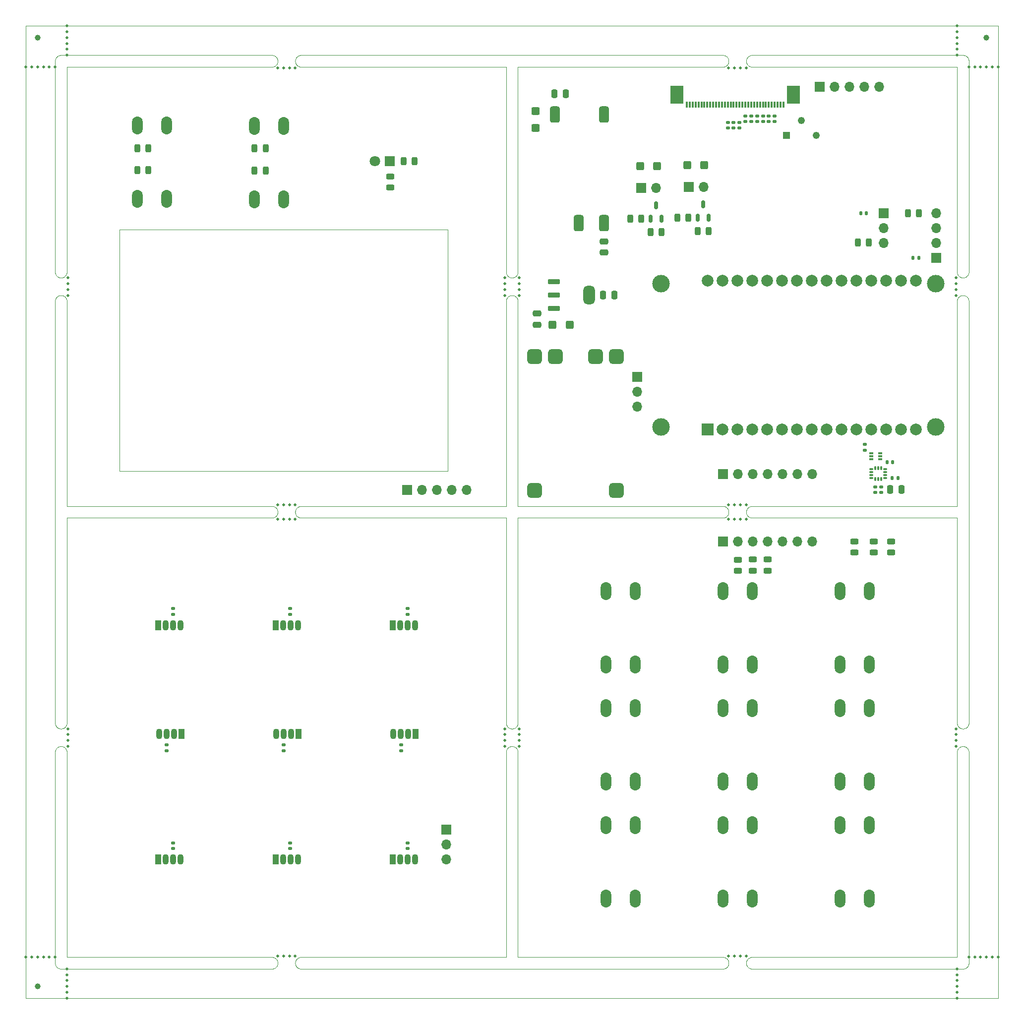
<source format=gbr>
G04 #@! TF.GenerationSoftware,KiCad,Pcbnew,7.0.5*
G04 #@! TF.CreationDate,2023-07-12T20:09:20+03:00*
G04 #@! TF.ProjectId,strange_games,73747261-6e67-4655-9f67-616d65732e6b,rev?*
G04 #@! TF.SameCoordinates,Original*
G04 #@! TF.FileFunction,Soldermask,Top*
G04 #@! TF.FilePolarity,Negative*
%FSLAX46Y46*%
G04 Gerber Fmt 4.6, Leading zero omitted, Abs format (unit mm)*
G04 Created by KiCad (PCBNEW 7.0.5) date 2023-07-12 20:09:20*
%MOMM*%
%LPD*%
G01*
G04 APERTURE LIST*
G04 Aperture macros list*
%AMRoundRect*
0 Rectangle with rounded corners*
0 $1 Rounding radius*
0 $2 $3 $4 $5 $6 $7 $8 $9 X,Y pos of 4 corners*
0 Add a 4 corners polygon primitive as box body*
4,1,4,$2,$3,$4,$5,$6,$7,$8,$9,$2,$3,0*
0 Add four circle primitives for the rounded corners*
1,1,$1+$1,$2,$3*
1,1,$1+$1,$4,$5*
1,1,$1+$1,$6,$7*
1,1,$1+$1,$8,$9*
0 Add four rect primitives between the rounded corners*
20,1,$1+$1,$2,$3,$4,$5,0*
20,1,$1+$1,$4,$5,$6,$7,0*
20,1,$1+$1,$6,$7,$8,$9,0*
20,1,$1+$1,$8,$9,$2,$3,0*%
G04 Aperture macros list end*
%ADD10C,0.500000*%
%ADD11R,1.700000X1.700000*%
%ADD12O,1.700000X1.700000*%
%ADD13C,1.000000*%
%ADD14RoundRect,0.250000X0.250000X0.475000X-0.250000X0.475000X-0.250000X-0.475000X0.250000X-0.475000X0*%
%ADD15RoundRect,0.243750X-0.456250X0.243750X-0.456250X-0.243750X0.456250X-0.243750X0.456250X0.243750X0*%
%ADD16RoundRect,0.243750X-0.243750X-0.456250X0.243750X-0.456250X0.243750X0.456250X-0.243750X0.456250X0*%
%ADD17RoundRect,0.431800X-0.431800X-0.965197X0.431800X-0.965197X0.431800X0.965197X-0.431800X0.965197X0*%
%ADD18RoundRect,0.150000X0.150000X-0.512500X0.150000X0.512500X-0.150000X0.512500X-0.150000X-0.512500X0*%
%ADD19R,1.222000X1.222000*%
%ADD20C,1.222000*%
%ADD21RoundRect,0.250000X-0.450000X0.400000X-0.450000X-0.400000X0.450000X-0.400000X0.450000X0.400000X0*%
%ADD22RoundRect,0.140000X-0.170000X0.140000X-0.170000X-0.140000X0.170000X-0.140000X0.170000X0.140000X0*%
%ADD23RoundRect,0.243750X0.456250X-0.243750X0.456250X0.243750X-0.456250X0.243750X-0.456250X-0.243750X0*%
%ADD24RoundRect,0.243750X0.243750X0.456250X-0.243750X0.456250X-0.243750X-0.456250X0.243750X-0.456250X0*%
%ADD25RoundRect,0.140000X0.140000X0.170000X-0.140000X0.170000X-0.140000X-0.170000X0.140000X-0.170000X0*%
%ADD26C,2.000000*%
%ADD27R,2.000000X2.000000*%
%ADD28C,3.000000*%
%ADD29RoundRect,0.140000X0.170000X-0.140000X0.170000X0.140000X-0.170000X0.140000X-0.170000X-0.140000X0*%
%ADD30RoundRect,0.634999X0.635001X0.634998X-0.635001X0.634998X-0.635001X-0.634998X0.635001X-0.634998X0*%
%ADD31RoundRect,0.140000X-0.140000X-0.170000X0.140000X-0.170000X0.140000X0.170000X-0.140000X0.170000X0*%
%ADD32RoundRect,0.250000X-0.400000X-0.450000X0.400000X-0.450000X0.400000X0.450000X-0.400000X0.450000X0*%
%ADD33RoundRect,0.250000X0.475000X-0.250000X0.475000X0.250000X-0.475000X0.250000X-0.475000X-0.250000X0*%
%ADD34RoundRect,0.250000X-0.475000X0.250000X-0.475000X-0.250000X0.475000X-0.250000X0.475000X0.250000X0*%
%ADD35R,2.300000X3.100000*%
%ADD36R,0.300000X1.100000*%
%ADD37R,0.700000X0.340000*%
%ADD38RoundRect,0.111600X-0.878400X-0.353400X0.878400X-0.353400X0.878400X0.353400X-0.878400X0.353400X0*%
%ADD39RoundRect,0.792000X-0.198000X-0.823000X0.198000X-0.823000X0.198000X0.823000X-0.198000X0.823000X0*%
%ADD40RoundRect,0.087500X-0.225000X-0.087500X0.225000X-0.087500X0.225000X0.087500X-0.225000X0.087500X0*%
%ADD41RoundRect,0.087500X-0.087500X-0.225000X0.087500X-0.225000X0.087500X0.225000X-0.087500X0.225000X0*%
%ADD42O,1.850000X3.048000*%
%ADD43R,1.070000X1.800000*%
%ADD44O,1.070000X1.800000*%
%ADD45R,1.800000X1.800000*%
%ADD46C,1.800000*%
G04 #@! TA.AperFunction,Profile*
%ADD47C,0.100000*%
G04 #@! TD*
G04 #@! TA.AperFunction,Profile*
%ADD48C,0.050000*%
G04 #@! TD*
G04 APERTURE END LIST*
D10*
X51000000Y-21000000D03*
D11*
X109085205Y-99209737D03*
D12*
X111625205Y-99209737D03*
X114165205Y-99209737D03*
X116705205Y-99209737D03*
X119245205Y-99209737D03*
D10*
X165000000Y-178800000D03*
X203000000Y-23000000D03*
X49000000Y-27000000D03*
X166000000Y-101800000D03*
X51000000Y-20000000D03*
X203000000Y-20000000D03*
X87000000Y-27200000D03*
X125800000Y-63000000D03*
X167000000Y-27200000D03*
X88000000Y-178800000D03*
X202800000Y-141000000D03*
D11*
X163012272Y-108000000D03*
D12*
X165552272Y-108000000D03*
X168092272Y-108000000D03*
X170632272Y-108000000D03*
X173172272Y-108000000D03*
X175712272Y-108000000D03*
X178252272Y-108000000D03*
D10*
X203000000Y-21000000D03*
X203000000Y-24000000D03*
X51000000Y-183000000D03*
X51200000Y-63000000D03*
X203000000Y-183000000D03*
X51000000Y-182000000D03*
X45000000Y-27000000D03*
X202800000Y-66000000D03*
X51000000Y-186000000D03*
X202800000Y-140000000D03*
X125800000Y-141000000D03*
X89000000Y-27200000D03*
X51200000Y-140000000D03*
X203000000Y-181000000D03*
X164000000Y-104200000D03*
D11*
X179542272Y-30430000D03*
D12*
X182082272Y-30430000D03*
X184622272Y-30430000D03*
X187162272Y-30430000D03*
X189702272Y-30430000D03*
D10*
X51200000Y-65000000D03*
X128200000Y-65000000D03*
X51200000Y-66000000D03*
X87000000Y-104200000D03*
X210000000Y-27000000D03*
X166000000Y-104200000D03*
X44000000Y-27000000D03*
X125800000Y-65000000D03*
X89000000Y-104200000D03*
X125800000Y-142000000D03*
X210000000Y-179000000D03*
X205000000Y-179000000D03*
X202800000Y-63000000D03*
X46000000Y-27000000D03*
X48000000Y-179000000D03*
X51000000Y-25000000D03*
X90000000Y-104200000D03*
X90000000Y-27200000D03*
X51200000Y-143000000D03*
X90000000Y-178800000D03*
X203000000Y-186000000D03*
X203000000Y-185000000D03*
X165000000Y-27200000D03*
X47000000Y-179000000D03*
X167000000Y-104200000D03*
D13*
X46000000Y-184000000D03*
X208000000Y-22000000D03*
D11*
X148417567Y-79957029D03*
D12*
X148417567Y-82497029D03*
X148417567Y-85037029D03*
D10*
X90000000Y-101800000D03*
X203000000Y-25000000D03*
X88000000Y-101800000D03*
D13*
X46000000Y-22000000D03*
D10*
X88000000Y-27200000D03*
D11*
X115822670Y-157252942D03*
D12*
X115822670Y-159792942D03*
X115822670Y-162332942D03*
D10*
X207000000Y-179000000D03*
X202800000Y-65000000D03*
X46000000Y-179000000D03*
X51200000Y-141000000D03*
X128200000Y-143000000D03*
X209000000Y-179000000D03*
X165000000Y-101800000D03*
X128200000Y-64000000D03*
X203000000Y-22000000D03*
X125800000Y-140000000D03*
X89000000Y-101800000D03*
X87000000Y-101800000D03*
X128200000Y-142000000D03*
X208000000Y-179000000D03*
X47000000Y-27000000D03*
X128200000Y-140000000D03*
X128200000Y-63000000D03*
X164000000Y-27200000D03*
X45000000Y-179000000D03*
X48000000Y-27000000D03*
X203000000Y-182000000D03*
X202800000Y-143000000D03*
X51000000Y-22000000D03*
X49000000Y-179000000D03*
X206000000Y-179000000D03*
X206000000Y-27000000D03*
X167000000Y-101800000D03*
X51000000Y-23000000D03*
X125800000Y-143000000D03*
X202800000Y-64000000D03*
X205000000Y-27000000D03*
X207000000Y-27000000D03*
X88000000Y-104200000D03*
X44000000Y-179000000D03*
X203000000Y-184000000D03*
X51000000Y-181000000D03*
X51000000Y-185000000D03*
X51000000Y-184000000D03*
X87000000Y-178800000D03*
X202800000Y-142000000D03*
X166000000Y-27200000D03*
X208000000Y-27000000D03*
X166000000Y-178800000D03*
X51200000Y-142000000D03*
X209000000Y-27000000D03*
X89000000Y-178800000D03*
X125800000Y-66000000D03*
X128200000Y-66000000D03*
X167000000Y-178800000D03*
X164000000Y-178800000D03*
X164000000Y-101800000D03*
X165000000Y-104200000D03*
X128200000Y-141000000D03*
X51000000Y-24000000D03*
X125800000Y-64000000D03*
D11*
X163012272Y-96500000D03*
D12*
X165552272Y-96500000D03*
X168092272Y-96500000D03*
X170632272Y-96500000D03*
X173172272Y-96500000D03*
X175712272Y-96500000D03*
X178252272Y-96500000D03*
D10*
X51200000Y-64000000D03*
D14*
X193480000Y-99180266D03*
X191580000Y-99180266D03*
D15*
X106250129Y-45739714D03*
X106250129Y-47614714D03*
D16*
X83052401Y-44697214D03*
X84927401Y-44697214D03*
D11*
X157150000Y-47500000D03*
D12*
X159690000Y-47500000D03*
D16*
X63000000Y-40887214D03*
X64875000Y-40887214D03*
D17*
X142678946Y-53694596D03*
X138360946Y-53694596D03*
X134296946Y-35152596D03*
X142678946Y-35152596D03*
D18*
X158700000Y-52775000D03*
X160600000Y-52775000D03*
X159650000Y-50500000D03*
D19*
X173854500Y-38700000D03*
D20*
X176394500Y-36160000D03*
X178934500Y-38700000D03*
D21*
X131000000Y-34550000D03*
X131000000Y-37450000D03*
D22*
X69154000Y-159492272D03*
X69154000Y-160452272D03*
D23*
X185442272Y-109875000D03*
X185442272Y-108000000D03*
D24*
X157137500Y-52775000D03*
X155262500Y-52775000D03*
D22*
X164850000Y-36470000D03*
X164850000Y-37430000D03*
D25*
X192878023Y-97200266D03*
X191918023Y-97200266D03*
D18*
X150650000Y-52935000D03*
X152550000Y-52935000D03*
X151600000Y-50660000D03*
D26*
X160380000Y-63500000D03*
X162920000Y-63500000D03*
X165460000Y-63500000D03*
X168000000Y-63500000D03*
X170540000Y-63500000D03*
X173080000Y-63500000D03*
X175620000Y-63500000D03*
X178160000Y-63500000D03*
X180700000Y-63500000D03*
X183240000Y-63500000D03*
X185780000Y-63500000D03*
X188320000Y-63500000D03*
X190860000Y-63500000D03*
X193400000Y-63500000D03*
X195940000Y-63500000D03*
X195940000Y-88900000D03*
X193400000Y-88900000D03*
X190860000Y-88900000D03*
X188320000Y-88900000D03*
X185780000Y-88900000D03*
X183240000Y-88900000D03*
X180700000Y-88900000D03*
X178160000Y-88900000D03*
X175620000Y-88900000D03*
X173080000Y-88900000D03*
X170540000Y-88900000D03*
X168000000Y-88900000D03*
X165460000Y-88900000D03*
X162920000Y-88900000D03*
D27*
X160380000Y-88900000D03*
D28*
X199370000Y-63970000D03*
X152420000Y-63970000D03*
X199370000Y-88480000D03*
X152420000Y-88480000D03*
D16*
X186062500Y-57000000D03*
X187937500Y-57000000D03*
X63000000Y-44632272D03*
X64875000Y-44632272D03*
D22*
X69154000Y-119492272D03*
X69154000Y-120452272D03*
D24*
X160575000Y-55025000D03*
X158700000Y-55025000D03*
D23*
X188762272Y-109875000D03*
X188762272Y-108000000D03*
D29*
X89154000Y-160452272D03*
X89154000Y-159492272D03*
D30*
X130865800Y-99300000D03*
X144835800Y-99300003D03*
X130865800Y-76440003D03*
X134421800Y-76440003D03*
X141279800Y-76440003D03*
X144835800Y-76440003D03*
D29*
X167850000Y-36360000D03*
X167850000Y-35400000D03*
D31*
X195485261Y-59620000D03*
X196445261Y-59620000D03*
D23*
X168092272Y-112994263D03*
X168092272Y-111119263D03*
D11*
X199465261Y-59600000D03*
D12*
X199465261Y-57060000D03*
X199465261Y-54520000D03*
X199465261Y-51980000D03*
D14*
X136150000Y-31600000D03*
X134250000Y-31600000D03*
D29*
X168850000Y-36360000D03*
X168850000Y-35400000D03*
D22*
X187280000Y-91470266D03*
X187280000Y-92430266D03*
X165850000Y-36470000D03*
X165850000Y-37430000D03*
D14*
X144478634Y-65946023D03*
X142578634Y-65946023D03*
D32*
X133931000Y-71020000D03*
X136831000Y-71020000D03*
D22*
X190030000Y-98700266D03*
X190030000Y-99660266D03*
D23*
X165552272Y-113053552D03*
X165552272Y-111178552D03*
D16*
X194627761Y-51968023D03*
X196502761Y-51968023D03*
D22*
X109154000Y-159492272D03*
X109154000Y-160452272D03*
D23*
X191712272Y-109875000D03*
X191712272Y-108000000D03*
X170632272Y-112994263D03*
X170632272Y-111119263D03*
D22*
X108054000Y-142781472D03*
X108054000Y-143741472D03*
D33*
X142673646Y-58672796D03*
X142673646Y-56772796D03*
D34*
X131300000Y-69100000D03*
X131300000Y-71000000D03*
D35*
X155180000Y-31752998D03*
X175020000Y-31752998D03*
D36*
X156850000Y-33452998D03*
X157350000Y-33452998D03*
X157850000Y-33452998D03*
X158350000Y-33452998D03*
X158850000Y-33452998D03*
X159350000Y-33452998D03*
X159850000Y-33452998D03*
X160350000Y-33452998D03*
X160850000Y-33452998D03*
X161350000Y-33452998D03*
X161850000Y-33452998D03*
X162350000Y-33452998D03*
X162850000Y-33452998D03*
X163350000Y-33452998D03*
X163850000Y-33452998D03*
X164350000Y-33452998D03*
X164850000Y-33452998D03*
X165350000Y-33452998D03*
X165850000Y-33452998D03*
X166350000Y-33452998D03*
X166850000Y-33452998D03*
X167350000Y-33452998D03*
X167850000Y-33452998D03*
X168350000Y-33452998D03*
X168850000Y-33452998D03*
X169350000Y-33452998D03*
X169850000Y-33452998D03*
X170350000Y-33452998D03*
X170850000Y-33452998D03*
X171350000Y-33452998D03*
X171850000Y-33452998D03*
X172350000Y-33452998D03*
X172850000Y-33452998D03*
X173350000Y-33452998D03*
D22*
X109154000Y-119492272D03*
X109154000Y-120452272D03*
X166850000Y-35400000D03*
X166850000Y-36360000D03*
D32*
X156950000Y-43750000D03*
X159850000Y-43750000D03*
D37*
X188366046Y-93990060D03*
X188366046Y-93490060D03*
X188366046Y-92990060D03*
X189866046Y-92990060D03*
X189866046Y-93490060D03*
X189866046Y-93990060D03*
D29*
X170850000Y-36360000D03*
X170850000Y-35400000D03*
D11*
X190500000Y-52000000D03*
D12*
X190500000Y-54540000D03*
X190500000Y-57080000D03*
D16*
X83052401Y-40887214D03*
X84927401Y-40887214D03*
D32*
X148900000Y-43910000D03*
X151800000Y-43910000D03*
D29*
X189030000Y-99660266D03*
X189030000Y-98700266D03*
D11*
X149100000Y-47660000D03*
D12*
X151640000Y-47660000D03*
D29*
X88054000Y-143741472D03*
X88054000Y-142781472D03*
D22*
X163850000Y-36470000D03*
X163850000Y-37430000D03*
X68054000Y-142781472D03*
X68054000Y-143741472D03*
D25*
X192010000Y-94450266D03*
X191050000Y-94450266D03*
D29*
X169850000Y-36360000D03*
X169850000Y-35400000D03*
D31*
X186540000Y-52000000D03*
X187500000Y-52000000D03*
D24*
X149087500Y-52935000D03*
X147212500Y-52935000D03*
D29*
X171850000Y-36360000D03*
X171850000Y-35400000D03*
D16*
X108512629Y-43077214D03*
X110387629Y-43077214D03*
D29*
X89154000Y-120452272D03*
X89154000Y-119492272D03*
D38*
X134144000Y-63640000D03*
X134144000Y-65940000D03*
X134144000Y-68240000D03*
D39*
X140174000Y-65940000D03*
D40*
X188367500Y-95700266D03*
X188367500Y-96200266D03*
X188367500Y-96700266D03*
X188367500Y-97200266D03*
D41*
X189030000Y-97362766D03*
X189530000Y-97362766D03*
X190030000Y-97362766D03*
D40*
X190692500Y-97200266D03*
X190692500Y-96700266D03*
X190692500Y-96200266D03*
X190692500Y-95700266D03*
D41*
X190030000Y-95537766D03*
X189530000Y-95537766D03*
X189030000Y-95537766D03*
D24*
X152525000Y-55185000D03*
X150650000Y-55185000D03*
D42*
X163012272Y-156500000D03*
X163012272Y-169000000D03*
X168012272Y-156500000D03*
X168012272Y-169000000D03*
D43*
X90565000Y-140868872D03*
D44*
X89295000Y-140868872D03*
X88025000Y-140868872D03*
X86755000Y-140868872D03*
D42*
X143012272Y-156500000D03*
X143012272Y-169000000D03*
X148012272Y-156500000D03*
X148012272Y-169000000D03*
D43*
X106628000Y-122331872D03*
D44*
X107898000Y-122331872D03*
X109168000Y-122331872D03*
X110438000Y-122331872D03*
D43*
X110565000Y-140868872D03*
D44*
X109295000Y-140868872D03*
X108025000Y-140868872D03*
X106755000Y-140868872D03*
D42*
X183012272Y-156500000D03*
X183012272Y-169000000D03*
X188012272Y-156500000D03*
X188012272Y-169000000D03*
D43*
X66628000Y-162331872D03*
D44*
X67898000Y-162331872D03*
X69168000Y-162331872D03*
X70438000Y-162331872D03*
D42*
X143012272Y-136500000D03*
X143012272Y-149000000D03*
X148012272Y-136500000D03*
X148012272Y-149000000D03*
D43*
X86628000Y-122331872D03*
D44*
X87898000Y-122331872D03*
X89168000Y-122331872D03*
X90438000Y-122331872D03*
D43*
X106628000Y-162331872D03*
D44*
X107898000Y-162331872D03*
X109168000Y-162331872D03*
X110438000Y-162331872D03*
D42*
X183012272Y-136500000D03*
X183012272Y-149000000D03*
X188012272Y-136500000D03*
X188012272Y-149000000D03*
X163012272Y-116500000D03*
X163012272Y-129000000D03*
X168012272Y-116500000D03*
X168012272Y-129000000D03*
X83052401Y-37077214D03*
X83052401Y-49577214D03*
X88052401Y-37077214D03*
X88052401Y-49577214D03*
X63000000Y-37012272D03*
X63000000Y-49512272D03*
X68000000Y-37012272D03*
X68000000Y-49512272D03*
X183012272Y-116500000D03*
X183012272Y-129000000D03*
X188012272Y-116500000D03*
X188012272Y-129000000D03*
D45*
X106165129Y-43077214D03*
D46*
X103625129Y-43077214D03*
D43*
X86628000Y-162331872D03*
D44*
X87898000Y-162331872D03*
X89168000Y-162331872D03*
X90438000Y-162331872D03*
D42*
X143012272Y-116500000D03*
X143012272Y-129000000D03*
X148012272Y-116500000D03*
X148012272Y-129000000D03*
X163012272Y-136500000D03*
X163012272Y-149000000D03*
X168012272Y-136500000D03*
X168012272Y-149000000D03*
D43*
X70565000Y-140868872D03*
D44*
X69295000Y-140868872D03*
X68025000Y-140868872D03*
X66755000Y-140868872D03*
D43*
X66628000Y-122331872D03*
D44*
X67898000Y-122331872D03*
X69168000Y-122331872D03*
X70438000Y-122331872D03*
D47*
X163476681Y-26883099D02*
X163433278Y-26904946D01*
X50942125Y-62343519D02*
X50924637Y-62388855D01*
X203140851Y-139518960D02*
X203116900Y-139476681D01*
X127924637Y-62388855D02*
X127904946Y-62433278D01*
X126001195Y-139058576D02*
X126000000Y-139009877D01*
X51001878Y-101995703D02*
X51002170Y-101996097D01*
X163957368Y-179702619D02*
X163970328Y-179749450D01*
X126116900Y-143523318D02*
X126140851Y-143481039D01*
X86107036Y-103995229D02*
X86058576Y-103998804D01*
X203004770Y-143892963D02*
X203010718Y-143844737D01*
X125997188Y-178996840D02*
X125997517Y-178996477D01*
X86805173Y-102400259D02*
X86833152Y-102439987D01*
X126057874Y-62343519D02*
X126042631Y-62297380D01*
X86009877Y-179000000D02*
X86058576Y-179001195D01*
X203140851Y-62518960D02*
X203116900Y-62476681D01*
X167796861Y-180980974D02*
X167749450Y-180970328D01*
X204998804Y-62058576D02*
X204995229Y-62107036D01*
X202999798Y-101991655D02*
X202999870Y-101991169D01*
X90116900Y-103476681D02*
X90095053Y-103433278D01*
X86859148Y-25481039D02*
X86883099Y-25523318D01*
X125994441Y-27001122D02*
X125993997Y-27000912D01*
X126481039Y-139859148D02*
X126439987Y-139833152D01*
X204833152Y-62560012D02*
X204805173Y-62599740D01*
X86883099Y-25523318D02*
X86904946Y-25566721D01*
X127743539Y-66325158D02*
X127775278Y-66361952D01*
X163924637Y-179611144D02*
X163942125Y-179656480D01*
X126140851Y-143481039D02*
X126166847Y-143439987D01*
X167749450Y-25029671D02*
X167796861Y-25019025D01*
X167844737Y-179010718D02*
X167892963Y-179004770D01*
X125998646Y-104005125D02*
X125998394Y-104004704D01*
X51004704Y-27001605D02*
X51004296Y-27001878D01*
X204743539Y-180674841D02*
X204710033Y-180710033D01*
X128006917Y-101999440D02*
X128007387Y-101999583D01*
X204833152Y-143439987D02*
X204859148Y-143481039D01*
X167361952Y-179224721D02*
X167400259Y-179194826D01*
X127388855Y-66075362D02*
X127433278Y-66095053D01*
X203256460Y-66325158D02*
X203289966Y-66289966D01*
X125994874Y-27001353D02*
X125994441Y-27001122D01*
X49000000Y-143990122D02*
X49001195Y-143941423D01*
X90075362Y-25611144D02*
X90095053Y-25566721D01*
X167702619Y-179042631D02*
X167749450Y-179029671D01*
X204107036Y-139995229D02*
X204058576Y-139998804D01*
X204904946Y-25566721D02*
X204924637Y-25611144D01*
X202991655Y-101999798D02*
X202992136Y-101999702D01*
X49140851Y-180518960D02*
X49116900Y-180476681D01*
X128012272Y-104000000D02*
X128012027Y-104000003D01*
X90481039Y-25140851D02*
X90523318Y-25116900D01*
X51000129Y-101991169D02*
X51000201Y-101991655D01*
X86998804Y-103058576D02*
X86995229Y-103107036D01*
X202993082Y-27000559D02*
X202992612Y-27000416D01*
X127388855Y-139924637D02*
X127343519Y-139942125D01*
X203029671Y-143749450D02*
X203042631Y-143702619D01*
X49224721Y-143361952D02*
X49256460Y-143325158D01*
X126400259Y-139805173D02*
X126361952Y-139775278D01*
X125987727Y-27000000D02*
X90990122Y-27000000D01*
X204904946Y-143566721D02*
X204924637Y-143611144D01*
X50995229Y-66892963D02*
X50998804Y-66941423D01*
X204710033Y-143289966D02*
X204743539Y-143325158D01*
X204250549Y-143029671D02*
X204297380Y-143042631D01*
X203796861Y-62980974D02*
X203749450Y-62970328D01*
X167990122Y-104000000D02*
X167941423Y-103998804D01*
X90656480Y-179057874D02*
X90702619Y-179042631D01*
X86560012Y-179166847D02*
X86599740Y-179194826D01*
X126116900Y-66523318D02*
X126140851Y-66481039D01*
X167749450Y-103970328D02*
X167702619Y-103957368D01*
X202998394Y-101995295D02*
X202998646Y-101994874D01*
X86518960Y-103859148D02*
X86476681Y-103883099D01*
X125995703Y-104001878D02*
X125995295Y-104001605D01*
X128000559Y-101993082D02*
X128000724Y-101993544D01*
X127833152Y-66439987D02*
X127859148Y-66481039D01*
X167029671Y-103250549D02*
X167019025Y-103203138D01*
X128002482Y-101996477D02*
X128002811Y-101996840D01*
X90116900Y-25523318D02*
X90140851Y-25481039D01*
X51000297Y-178992136D02*
X51000416Y-178992612D01*
X167702619Y-26957368D02*
X167656480Y-26942125D01*
X204710033Y-180710033D02*
X204674841Y-180743539D01*
X203001195Y-66941423D02*
X203004770Y-66892963D01*
X86518960Y-26859148D02*
X86476681Y-26883099D01*
X127009877Y-143000000D02*
X127058576Y-143001195D01*
X51000912Y-101993997D02*
X51001122Y-101994441D01*
X128003522Y-101997517D02*
X128003902Y-101997829D01*
X204343519Y-66057874D02*
X204388855Y-66075362D01*
X126523318Y-143116900D02*
X126566721Y-143095053D01*
X125999996Y-104012027D02*
X125999942Y-104009809D01*
X86883099Y-180476681D02*
X86859148Y-180518960D01*
X90941423Y-102001195D02*
X90990122Y-102000000D01*
X126057874Y-139343519D02*
X126042631Y-139297380D01*
X128003159Y-27002811D02*
X128002811Y-27003159D01*
X203892963Y-143004770D02*
X203941423Y-143001195D01*
X51005125Y-178998646D02*
X51005558Y-178998877D01*
X50883099Y-66523318D02*
X50904946Y-66566721D01*
X49325158Y-62743539D02*
X49289966Y-62710033D01*
X126325158Y-62743539D02*
X126289966Y-62710033D01*
X126990122Y-66000000D02*
X127009877Y-66000000D01*
X90140851Y-103518960D02*
X90116900Y-103476681D01*
X126001195Y-143941423D02*
X126004770Y-143892963D01*
X86970328Y-179749450D02*
X86980974Y-179796861D01*
X51001122Y-178994441D02*
X51001353Y-178994874D01*
X202987727Y-27000000D02*
X167990122Y-27000000D01*
X128000129Y-27008830D02*
X128000081Y-27009318D01*
X128005125Y-101998646D02*
X128005558Y-101998877D01*
X86775278Y-102361952D02*
X86805173Y-102400259D01*
X126749450Y-66029671D02*
X126796861Y-66019025D01*
X204674841Y-66256460D02*
X204710033Y-66289966D01*
X167892963Y-103995229D02*
X167844737Y-103989281D01*
X163560012Y-180833152D02*
X163518960Y-180859148D01*
X204942125Y-139343519D02*
X204924637Y-139388855D01*
X128000000Y-178987727D02*
X128000003Y-178987972D01*
X127107036Y-143004770D02*
X127155262Y-143010718D01*
X90702619Y-25042631D02*
X90749450Y-25029671D01*
X126289966Y-62710033D02*
X126256460Y-62674841D01*
X90749450Y-180970328D02*
X90702619Y-180957368D01*
X128006917Y-178999440D02*
X128007387Y-178999583D01*
X50995229Y-143892963D02*
X50998804Y-143941423D01*
X202993997Y-27000912D02*
X202993544Y-27000724D01*
X49004770Y-143892963D02*
X49010718Y-143844737D01*
X163155262Y-25010718D02*
X163203138Y-25019025D01*
X204599740Y-62805173D02*
X204560012Y-62833152D01*
X90095053Y-103433278D02*
X90075362Y-103388855D01*
X90892963Y-102004770D02*
X90941423Y-102001195D01*
X125999996Y-178987972D02*
X126000000Y-178987727D01*
X203796861Y-143019025D02*
X203844737Y-143010718D01*
X49400259Y-66194826D02*
X49439987Y-66166847D01*
X128002482Y-104003522D02*
X128002170Y-104003902D01*
X128012272Y-27000000D02*
X128012027Y-27000003D01*
X49224721Y-62638047D02*
X49194826Y-62599740D01*
X203325158Y-62743539D02*
X203289966Y-62710033D01*
X204970328Y-25749450D02*
X204980974Y-25796861D01*
X128001605Y-178995295D02*
X128001878Y-178995703D01*
X50107036Y-66004770D02*
X50155262Y-66010718D01*
X51002482Y-27003522D02*
X51002170Y-27003902D01*
X167256460Y-102325158D02*
X167289966Y-102289966D01*
X125995295Y-101998394D02*
X125995703Y-101998121D01*
X204989281Y-143844737D02*
X204995229Y-143892963D01*
X90224721Y-103638047D02*
X90194826Y-103599740D01*
X49796861Y-139980974D02*
X49749450Y-139970328D01*
X51006455Y-27000724D02*
X51006002Y-27000912D01*
X203140851Y-66481039D02*
X203166847Y-66439987D01*
X127989281Y-62155262D02*
X127980974Y-62203138D01*
X202994441Y-101998877D02*
X202994874Y-101998646D01*
X203000000Y-101987727D02*
X203000000Y-66990122D01*
X203057874Y-143656480D02*
X203075362Y-143611144D01*
X125998877Y-178994441D02*
X125999087Y-178993997D01*
X204476681Y-66116900D02*
X204518960Y-66140851D01*
X90892963Y-179004770D02*
X90941423Y-179001195D01*
X127743539Y-143325158D02*
X127775278Y-143361952D01*
X50250549Y-62970328D02*
X50203138Y-62980974D01*
X163388855Y-26924637D02*
X163343519Y-26942125D01*
X90289966Y-26710033D02*
X90256460Y-26674841D01*
X49656480Y-139942125D02*
X49611144Y-139924637D01*
X86998804Y-26058576D02*
X86995229Y-26107036D01*
X49166847Y-139560012D02*
X49140851Y-139518960D01*
X203990122Y-63000000D02*
X203941423Y-62998804D01*
X203029671Y-66749450D02*
X203042631Y-66702619D01*
X163297380Y-102042631D02*
X163343519Y-102057874D01*
X125997517Y-104003522D02*
X125997188Y-104003159D01*
X167990122Y-179000000D02*
X202987727Y-179000000D01*
X127343519Y-143057874D02*
X127388855Y-143075362D01*
X167042631Y-102702619D02*
X167057874Y-102656480D01*
X90010718Y-26155262D02*
X90004770Y-26107036D01*
X127599740Y-139805173D02*
X127560012Y-139833152D01*
X86009877Y-181000000D02*
X49990122Y-181000000D01*
X50883099Y-139476681D02*
X50859148Y-139518960D01*
X90844737Y-103989281D02*
X90796861Y-103980974D01*
X90166847Y-102439987D02*
X90194826Y-102400259D01*
X90095053Y-180433278D02*
X90075362Y-180388855D01*
X203523318Y-143116900D02*
X203566721Y-143095053D01*
X90095053Y-26433278D02*
X90075362Y-26388855D01*
X49361952Y-139775278D02*
X49325158Y-139743539D01*
X127924637Y-139388855D02*
X127904946Y-139433278D01*
X204743539Y-25325158D02*
X204775278Y-25361952D01*
X90256460Y-103674841D02*
X90224721Y-103638047D01*
X128008830Y-101999870D02*
X128009318Y-101999918D01*
X127833152Y-139560012D02*
X127805173Y-139599740D01*
X86883099Y-102523318D02*
X86904946Y-102566721D01*
X204297380Y-25042631D02*
X204343519Y-25057874D01*
X49990122Y-181000000D02*
X49941423Y-180998804D01*
X163957368Y-26297380D02*
X163942125Y-26343519D01*
X204883099Y-66523318D02*
X204904946Y-66566721D01*
X163343519Y-26942125D02*
X163297380Y-26957368D01*
X128000000Y-66990122D02*
X128000000Y-101987727D01*
X127518960Y-66140851D02*
X127560012Y-66166847D01*
X163989281Y-180155262D02*
X163980974Y-180203138D01*
X51009809Y-104000057D02*
X51009318Y-104000081D01*
X202991655Y-27000201D02*
X202991169Y-27000129D01*
X128000297Y-104007863D02*
X128000201Y-104008344D01*
X49749450Y-62970328D02*
X49702619Y-62957368D01*
X51003902Y-104002170D02*
X51003522Y-104002482D01*
X86970328Y-103250549D02*
X86957368Y-103297380D01*
X126000000Y-66990122D02*
X126001195Y-66941423D01*
X90000000Y-180009877D02*
X90000000Y-179990122D01*
X50476681Y-143116900D02*
X50518960Y-143140851D01*
X167796861Y-179019025D02*
X167844737Y-179010718D01*
X49004770Y-180107036D02*
X49001195Y-180058576D01*
X163638047Y-102224721D02*
X163674841Y-102256460D01*
X51005558Y-104001122D02*
X51005125Y-104001353D01*
X167941423Y-179001195D02*
X167990122Y-179000000D01*
X125990681Y-178999918D02*
X125991169Y-178999870D01*
X163883099Y-103476681D02*
X163859148Y-103518960D01*
X163058576Y-179001195D02*
X163107036Y-179004770D01*
X167042631Y-25702619D02*
X167057874Y-25656480D01*
X163989281Y-103155262D02*
X163980974Y-103203138D01*
X204107036Y-66004770D02*
X204155262Y-66010718D01*
X163995229Y-179892963D02*
X163998804Y-179941423D01*
X125991169Y-104000129D02*
X125990681Y-104000081D01*
X90844737Y-26989281D02*
X90796861Y-26980974D01*
X86433278Y-102095053D02*
X86476681Y-102116900D01*
X125998877Y-104005558D02*
X125998646Y-104005125D01*
X202995703Y-178998121D02*
X202996097Y-178997829D01*
X203941423Y-62998804D02*
X203892963Y-62995229D01*
X204995229Y-25892963D02*
X204998804Y-25941423D01*
X128002170Y-101996097D02*
X128002482Y-101996477D01*
X202996097Y-27002170D02*
X202995703Y-27001878D01*
X204775278Y-25361952D02*
X204805173Y-25400259D01*
X126001195Y-66941423D02*
X126004770Y-66892963D01*
X203990122Y-140000000D02*
X203941423Y-139998804D01*
X163710033Y-179289966D02*
X163743539Y-179325158D01*
X167439987Y-180833152D02*
X167400259Y-180805173D01*
X49941423Y-180998804D02*
X49892963Y-180995229D01*
X49010718Y-62155262D02*
X49004770Y-62107036D01*
X90042631Y-179702619D02*
X90057874Y-179656480D01*
X203004770Y-62107036D02*
X203001195Y-62058576D01*
X87000000Y-103009877D02*
X86998804Y-103058576D01*
X202993082Y-101999440D02*
X202993544Y-101999275D01*
X125999087Y-101993997D02*
X125999275Y-101993544D01*
X203439987Y-139833152D02*
X203400259Y-139805173D01*
X128003902Y-27002170D02*
X128003522Y-27002482D01*
X51004296Y-27001878D02*
X51003902Y-27002170D01*
X49990122Y-66000000D02*
X50009877Y-66000000D01*
X86203138Y-25019025D02*
X86250549Y-25029671D01*
X204970328Y-143749450D02*
X204980974Y-143796861D01*
X167010718Y-26155262D02*
X167004770Y-26107036D01*
X125991655Y-27000201D02*
X125991169Y-27000129D01*
X86476681Y-180883099D02*
X86433278Y-180904946D01*
X163297380Y-26957368D02*
X163250549Y-26970328D01*
X163638047Y-26775278D02*
X163599740Y-26805173D01*
X49941423Y-139998804D02*
X49892963Y-139995229D01*
X86203138Y-179019025D02*
X86250549Y-179029671D01*
X204058576Y-66001195D02*
X204107036Y-66004770D01*
X128003522Y-27002482D02*
X128003159Y-27002811D01*
X90656480Y-102057874D02*
X90702619Y-102042631D01*
X125996477Y-101997517D02*
X125996840Y-101997188D01*
X86942125Y-25656480D02*
X86957368Y-25702619D01*
X125999870Y-27008830D02*
X125999798Y-27008344D01*
X163995229Y-26107036D02*
X163989281Y-26155262D01*
X86203138Y-103980974D02*
X86155262Y-103989281D01*
X126166847Y-62560012D02*
X126140851Y-62518960D01*
X127433278Y-62904946D02*
X127388855Y-62924637D01*
X203325158Y-66256460D02*
X203361952Y-66224721D01*
X49566721Y-143095053D02*
X49611144Y-143075362D01*
X49289966Y-139710033D02*
X49256460Y-139674841D01*
X163560012Y-179166847D02*
X163599740Y-179194826D01*
X202999996Y-101987972D02*
X203000000Y-101987727D01*
X204343519Y-139942125D02*
X204297380Y-139957368D01*
X49892963Y-139995229D02*
X49844737Y-139989281D01*
X163883099Y-102523318D02*
X163904946Y-102566721D01*
X90042631Y-102702619D02*
X90057874Y-102656480D01*
X51000416Y-178992612D02*
X51000559Y-178993082D01*
X167166847Y-103560012D02*
X167140851Y-103518960D01*
X90844737Y-25010718D02*
X90892963Y-25004770D01*
X204638047Y-143224721D02*
X204674841Y-143256460D01*
X202999275Y-178993544D02*
X202999440Y-178993082D01*
X167256460Y-26674841D02*
X167224721Y-26638047D01*
X49140851Y-62518960D02*
X49116900Y-62476681D01*
X163743539Y-179325158D02*
X163775278Y-179361952D01*
X49566721Y-139904946D02*
X49523318Y-139883099D01*
X128000559Y-27006917D02*
X128000416Y-27007387D01*
X51000724Y-101993544D02*
X51000912Y-101993997D01*
X86476681Y-25116900D02*
X86518960Y-25140851D01*
X87000000Y-26009877D02*
X86998804Y-26058576D01*
X163388855Y-102075362D02*
X163433278Y-102095053D01*
X90029671Y-102749450D02*
X90042631Y-102702619D01*
X51007387Y-101999583D02*
X51007863Y-101999702D01*
X128002170Y-104003902D02*
X128001878Y-104004296D01*
X126095053Y-62433278D02*
X126075362Y-62388855D01*
X50009877Y-143000000D02*
X50009877Y-143000000D01*
X163970328Y-25749450D02*
X163980974Y-25796861D01*
X128007387Y-104000416D02*
X128006917Y-104000559D01*
X163203138Y-102019025D02*
X163250549Y-102029671D01*
X203611144Y-143075362D02*
X203656480Y-143057874D01*
X163297380Y-179042631D02*
X163343519Y-179057874D01*
X163805173Y-102400259D02*
X163833152Y-102439987D01*
X202999996Y-27012027D02*
X202999942Y-27009809D01*
X204107036Y-143004770D02*
X204155262Y-143010718D01*
X126611144Y-139924637D02*
X126566721Y-139904946D01*
X167004770Y-103107036D02*
X167001195Y-103058576D01*
X49256460Y-139674841D02*
X49224721Y-139638047D01*
X127998804Y-66941423D02*
X128000000Y-66990122D01*
X203566721Y-62904946D02*
X203523318Y-62883099D01*
X50297380Y-62957368D02*
X50250549Y-62970328D01*
X51003522Y-104002482D02*
X51003159Y-104002811D01*
X163710033Y-26710033D02*
X163674841Y-26743539D01*
X126566721Y-66095053D02*
X126611144Y-66075362D01*
X203010718Y-143844737D02*
X203019025Y-143796861D01*
X90256460Y-102325158D02*
X90289966Y-102289966D01*
X127970328Y-143749450D02*
X127980974Y-143796861D01*
X167224721Y-179361952D02*
X167256460Y-179325158D01*
X49140851Y-66481039D02*
X49166847Y-66439987D01*
X167224721Y-25361952D02*
X167256460Y-25325158D01*
X167116900Y-179523318D02*
X167140851Y-179481039D01*
X204518960Y-143140851D02*
X204560012Y-143166847D01*
X50674841Y-62743539D02*
X50638047Y-62775278D01*
X90611144Y-26924637D02*
X90566721Y-26904946D01*
X167075362Y-25611144D02*
X167095053Y-25566721D01*
X127883099Y-143523318D02*
X127904946Y-143566721D01*
X90019025Y-102796861D02*
X90029671Y-102749450D01*
X128003159Y-101997188D02*
X128003522Y-101997517D01*
X204009877Y-140000000D02*
X203990122Y-140000000D01*
X167289966Y-103710033D02*
X167256460Y-103674841D01*
X50250549Y-66029671D02*
X50297380Y-66042631D01*
X204674841Y-143256460D02*
X204710033Y-143289966D01*
X203166847Y-139560012D02*
X203140851Y-139518960D01*
X202994441Y-104001122D02*
X202993997Y-104000912D01*
X127859148Y-143481039D02*
X127883099Y-143523318D01*
X202996097Y-178997829D02*
X202996477Y-178997517D01*
X202999942Y-104009809D02*
X202999918Y-104009318D01*
X49656480Y-25057874D02*
X49702619Y-25042631D01*
X86743539Y-103674841D02*
X86710033Y-103710033D01*
X167001195Y-179941423D02*
X167004770Y-179892963D01*
X86638047Y-26775278D02*
X86599740Y-26805173D01*
X202997517Y-27003522D02*
X202997188Y-27003159D01*
X49166847Y-62560012D02*
X49140851Y-62518960D01*
X203029671Y-62250549D02*
X203019025Y-62203138D01*
X49224721Y-180638047D02*
X49194826Y-180599740D01*
X51006002Y-101999087D02*
X51006455Y-101999275D01*
X51001878Y-104004296D02*
X51001605Y-104004704D01*
X51000129Y-104008830D02*
X51000081Y-104009318D01*
X163998804Y-179941423D02*
X164000000Y-179990122D01*
X202998877Y-27005558D02*
X202998646Y-27005125D01*
X125998121Y-27004296D02*
X125997829Y-27003902D01*
X126523318Y-62883099D02*
X126481039Y-62859148D01*
X126749450Y-143029671D02*
X126796861Y-143019025D01*
X202999702Y-27007863D02*
X202999583Y-27007387D01*
X49611144Y-66075362D02*
X49656480Y-66057874D01*
X163560012Y-103833152D02*
X163518960Y-103859148D01*
X86710033Y-26710033D02*
X86674841Y-26743539D01*
X50833152Y-139560012D02*
X50805173Y-139599740D01*
X90796861Y-25019025D02*
X90844737Y-25010718D01*
X90019025Y-26203138D02*
X90010718Y-26155262D01*
X203400259Y-62805173D02*
X203361952Y-62775278D01*
X163998804Y-103058576D02*
X163995229Y-103107036D01*
X127343519Y-66057874D02*
X127388855Y-66075362D01*
X51001605Y-178995295D02*
X51001878Y-178995703D01*
X203702619Y-66042631D02*
X203749450Y-66029671D01*
X125995703Y-27001878D02*
X125995295Y-27001605D01*
X86058576Y-103998804D02*
X86009877Y-104000000D01*
X51001353Y-104005125D02*
X51001122Y-104005558D01*
X163970328Y-102749450D02*
X163980974Y-102796861D01*
X51001353Y-178994874D02*
X51001605Y-178995295D01*
X90796861Y-179019025D02*
X90844737Y-179010718D01*
X51000297Y-101992136D02*
X51000416Y-101992612D01*
X204998804Y-25941423D02*
X205000000Y-25990122D01*
X50904946Y-62433278D02*
X50883099Y-62476681D01*
X204433278Y-139904946D02*
X204388855Y-139924637D01*
X167019025Y-180203138D02*
X167010718Y-180155262D01*
X49075362Y-66611144D02*
X49095053Y-66566721D01*
X127009877Y-66000000D02*
X127058576Y-66001195D01*
X49256460Y-180674841D02*
X49224721Y-180638047D01*
X125998394Y-27004704D02*
X125998121Y-27004296D01*
X50058576Y-66001195D02*
X50107036Y-66004770D01*
X49057874Y-62343519D02*
X49042631Y-62297380D01*
X128006002Y-27000912D02*
X128005558Y-27001122D01*
X167611144Y-26924637D02*
X167566721Y-26904946D01*
X49481039Y-25140851D02*
X49523318Y-25116900D01*
X50904946Y-66566721D02*
X50924637Y-66611144D01*
X128004704Y-101998394D02*
X128005125Y-101998646D01*
X126042631Y-66702619D02*
X126057874Y-66656480D01*
X127995229Y-66892963D02*
X127998804Y-66941423D01*
X90611144Y-180924637D02*
X90566721Y-180904946D01*
X86203138Y-180980974D02*
X86155262Y-180989281D01*
X125998121Y-101995703D02*
X125998394Y-101995295D01*
X90523318Y-26883099D02*
X90481039Y-26859148D01*
X167990122Y-27000000D02*
X167941423Y-26998804D01*
X163924637Y-102611144D02*
X163942125Y-102656480D01*
X86250549Y-25029671D02*
X86297380Y-25042631D01*
X202994441Y-178998877D02*
X202994874Y-178998646D01*
X126224721Y-66361952D02*
X126256460Y-66325158D01*
X86883099Y-179523318D02*
X86904946Y-179566721D01*
X51000003Y-101987972D02*
X51000057Y-101990190D01*
X163883099Y-25523318D02*
X163904946Y-25566721D01*
X51004296Y-178998121D02*
X51004704Y-178998394D01*
X163942125Y-179656480D02*
X163957368Y-179702619D01*
X128006455Y-178999275D02*
X128006917Y-178999440D01*
X86638047Y-25224721D02*
X86674841Y-25256460D01*
X203010718Y-66844737D02*
X203019025Y-66796861D01*
X50970328Y-143749450D02*
X50980974Y-143796861D01*
X86599740Y-180805173D02*
X86560012Y-180833152D01*
X126439987Y-139833152D02*
X126400259Y-139805173D01*
X51012027Y-101999996D02*
X51012272Y-102000000D01*
X128012272Y-102000000D02*
X163009877Y-102000000D01*
X50250549Y-143029671D02*
X50297380Y-143042631D01*
X167796861Y-25019025D02*
X167844737Y-25010718D01*
X49004770Y-25892963D02*
X49010718Y-25844737D01*
X51003522Y-101997517D02*
X51003902Y-101997829D01*
X163638047Y-103775278D02*
X163599740Y-103805173D01*
X202992136Y-178999702D02*
X202992612Y-178999583D01*
X50009877Y-66000000D02*
X50058576Y-66001195D01*
X167439987Y-25166847D02*
X167481039Y-25140851D01*
X163924637Y-25611144D02*
X163942125Y-25656480D01*
X126611144Y-62924637D02*
X126566721Y-62904946D01*
X163638047Y-180775278D02*
X163599740Y-180805173D01*
X203400259Y-139805173D02*
X203361952Y-139775278D01*
X204883099Y-62476681D02*
X204859148Y-62518960D01*
X163859148Y-102481039D02*
X163883099Y-102523318D01*
X204957368Y-143702619D02*
X204970328Y-143749450D01*
X128000057Y-178990190D02*
X128000081Y-178990681D01*
X90075362Y-179611144D02*
X90095053Y-179566721D01*
X204674841Y-62743539D02*
X204638047Y-62775278D01*
X49941423Y-62998804D02*
X49892963Y-62995229D01*
X90656480Y-26942125D02*
X90611144Y-26924637D01*
X127388855Y-62924637D02*
X127343519Y-62942125D01*
X128000297Y-178992136D02*
X128000416Y-178992612D01*
X127743539Y-139674841D02*
X127710033Y-139710033D01*
X90361952Y-25224721D02*
X90400259Y-25194826D01*
X167361952Y-103775278D02*
X167325158Y-103743539D01*
X127710033Y-139710033D02*
X127674841Y-139743539D01*
X50970328Y-66749450D02*
X50980974Y-66796861D01*
X202999440Y-104006917D02*
X202999275Y-104006455D01*
X127989281Y-143844737D02*
X127995229Y-143892963D01*
X50343519Y-62942125D02*
X50297380Y-62957368D01*
X125999918Y-27009318D02*
X125999870Y-27008830D01*
X125996097Y-104002170D02*
X125995703Y-104001878D01*
X203844737Y-139989281D02*
X203796861Y-139980974D01*
X49256460Y-62674841D02*
X49224721Y-62638047D01*
X51002482Y-178996477D02*
X51002811Y-178996840D01*
X204805173Y-66400259D02*
X204833152Y-66439987D01*
X50009877Y-63000000D02*
X49990122Y-63000000D01*
X51009318Y-101999918D02*
X51009809Y-101999942D01*
X50107036Y-62995229D02*
X50058576Y-62998804D01*
X204638047Y-66224721D02*
X204674841Y-66256460D01*
X167892963Y-180995229D02*
X167844737Y-180989281D01*
X128006917Y-27000559D02*
X128006455Y-27000724D01*
X163957368Y-103297380D02*
X163942125Y-103343519D01*
X167042631Y-103297380D02*
X167029671Y-103250549D01*
X127009877Y-63000000D02*
X126990122Y-63000000D01*
X125996840Y-104002811D02*
X125996477Y-104002482D01*
X203361952Y-143224721D02*
X203400259Y-143194826D01*
X128003522Y-104002482D02*
X128003159Y-104002811D01*
X49004770Y-66892963D02*
X49010718Y-66844737D01*
X128009809Y-101999942D02*
X128012027Y-101999996D01*
X167116900Y-25523318D02*
X167140851Y-25481039D01*
X127942125Y-66656480D02*
X127957368Y-66702619D01*
X50957368Y-139297380D02*
X50942125Y-139343519D01*
X163859148Y-26518960D02*
X163833152Y-26560012D01*
X204833152Y-66439987D02*
X204859148Y-66481039D01*
X125996840Y-178997188D02*
X125997188Y-178996840D01*
X202999918Y-178990681D02*
X202999942Y-178990190D01*
X204388855Y-62924637D02*
X204343519Y-62942125D01*
X125997829Y-101996097D02*
X125998121Y-101995703D01*
X90796861Y-103980974D02*
X90749450Y-103970328D01*
X202990190Y-101999942D02*
X202990681Y-101999918D01*
X126075362Y-66611144D02*
X126095053Y-66566721D01*
X126361952Y-143224721D02*
X126400259Y-143194826D01*
X51001605Y-104004704D02*
X51001353Y-104005125D01*
X204250549Y-25029671D02*
X204297380Y-25042631D01*
X163989281Y-179844737D02*
X163995229Y-179892963D01*
X90010718Y-102844737D02*
X90019025Y-102796861D01*
X204710033Y-66289966D02*
X204743539Y-66325158D01*
X167166847Y-26560012D02*
X167140851Y-26518960D01*
X51000057Y-178990190D02*
X51000081Y-178990681D01*
X126010718Y-139155262D02*
X126004770Y-139107036D01*
X202999996Y-178987972D02*
X203000000Y-178987727D01*
X51006455Y-101999275D02*
X51006917Y-101999440D01*
X127638047Y-143224721D02*
X127674841Y-143256460D01*
X204995229Y-180107036D02*
X204989281Y-180155262D01*
X127203138Y-139980974D02*
X127155262Y-139989281D01*
X204980974Y-66796861D02*
X204989281Y-66844737D01*
X86107036Y-179004770D02*
X86155262Y-179010718D01*
X86904946Y-103433278D02*
X86883099Y-103476681D01*
X126523318Y-139883099D02*
X126481039Y-139859148D01*
X90566721Y-26904946D02*
X90523318Y-26883099D01*
X51000416Y-27007387D02*
X51000297Y-27007863D01*
X202999798Y-178991655D02*
X202999870Y-178991169D01*
X163203138Y-25019025D02*
X163250549Y-25029671D01*
X202993997Y-104000912D02*
X202993544Y-104000724D01*
X125997829Y-178996097D02*
X125998121Y-178995703D01*
X204743539Y-143325158D02*
X204775278Y-143361952D01*
X49029671Y-139250549D02*
X49019025Y-139203138D01*
X49029671Y-143749450D02*
X49042631Y-143702619D01*
X204743539Y-66325158D02*
X204775278Y-66361952D01*
X86155262Y-26989281D02*
X86107036Y-26995229D01*
X90029671Y-26250549D02*
X90019025Y-26203138D01*
X203702619Y-139957368D02*
X203656480Y-139942125D01*
X86518960Y-180859148D02*
X86476681Y-180883099D01*
X167361952Y-25224721D02*
X167400259Y-25194826D01*
X167116900Y-102523318D02*
X167140851Y-102481039D01*
X167749450Y-26970328D02*
X167702619Y-26957368D01*
X167029671Y-26250549D02*
X167019025Y-26203138D01*
X49256460Y-143325158D02*
X49289966Y-143289966D01*
X128007387Y-178999583D02*
X128007863Y-178999702D01*
X163203138Y-103980974D02*
X163155262Y-103989281D01*
X86970328Y-102749450D02*
X86980974Y-102796861D01*
X125987972Y-104000003D02*
X125987972Y-104000003D01*
X203001195Y-139058576D02*
X203000000Y-139009877D01*
X163476681Y-179116900D02*
X163518960Y-179140851D01*
X90001195Y-26058576D02*
X90000000Y-26009877D01*
X90656480Y-103942125D02*
X90611144Y-103924637D01*
X167140851Y-103518960D02*
X167116900Y-103476681D01*
X125999087Y-178993997D02*
X125999275Y-178993544D01*
X202999087Y-178993997D02*
X202999275Y-178993544D01*
X127904946Y-66566721D02*
X127924637Y-66611144D01*
X204107036Y-180995229D02*
X204058576Y-180998804D01*
X90481039Y-102140851D02*
X90523318Y-102116900D01*
X51005558Y-178998877D02*
X51006002Y-178999087D01*
X49990122Y-143000000D02*
X50009877Y-143000000D01*
X204942125Y-66656480D02*
X204957368Y-66702619D01*
X51012027Y-104000003D02*
X51009809Y-104000057D01*
X163957368Y-102702619D02*
X163970328Y-102749450D01*
X163674841Y-26743539D02*
X163638047Y-26775278D01*
X86250549Y-26970328D02*
X86203138Y-26980974D01*
X49481039Y-66140851D02*
X49523318Y-66116900D01*
X202997517Y-178996477D02*
X202997829Y-178996097D01*
X86518960Y-25140851D02*
X86560012Y-25166847D01*
X204009877Y-181000000D02*
X167990122Y-181000000D01*
X167095053Y-26433278D02*
X167075362Y-26388855D01*
X202999702Y-178992136D02*
X202999798Y-178991655D01*
X86957368Y-179702619D02*
X86970328Y-179749450D01*
X128003159Y-104002811D02*
X128002811Y-104003159D01*
X167194826Y-180599740D02*
X167166847Y-180560012D01*
X128003902Y-101997829D02*
X128004296Y-101998121D01*
X49749450Y-66029671D02*
X49796861Y-66019025D01*
X202994874Y-104001353D02*
X202994441Y-104001122D01*
X163743539Y-180674841D02*
X163710033Y-180710033D01*
X127904946Y-62433278D02*
X127883099Y-62476681D01*
X126256460Y-62674841D02*
X126224721Y-62638047D01*
X128001605Y-27004704D02*
X128001353Y-27005125D01*
X204638047Y-180775278D02*
X204599740Y-180805173D01*
X86957368Y-26297380D02*
X86942125Y-26343519D01*
X127638047Y-62775278D02*
X127599740Y-62805173D01*
X128000416Y-104007387D02*
X128000297Y-104007863D01*
X203075362Y-139388855D02*
X203057874Y-139343519D01*
X204883099Y-25523318D02*
X204904946Y-25566721D01*
X167361952Y-180775278D02*
X167325158Y-180743539D01*
X163980974Y-26203138D02*
X163970328Y-26250549D01*
X49004770Y-139107036D02*
X49001195Y-139058576D01*
X86805173Y-103599740D02*
X86775278Y-103638047D01*
X86518960Y-179140851D02*
X86560012Y-179166847D01*
X90166847Y-103560012D02*
X90140851Y-103518960D01*
X90057874Y-26343519D02*
X90042631Y-26297380D01*
X163343519Y-25057874D02*
X163388855Y-25075362D01*
X126481039Y-62859148D02*
X126439987Y-62833152D01*
X86250549Y-179029671D02*
X86297380Y-179042631D01*
X90844737Y-102010718D02*
X90892963Y-102004770D01*
X202997188Y-178996840D02*
X202997517Y-178996477D01*
X167095053Y-179566721D02*
X167116900Y-179523318D01*
X49075362Y-143611144D02*
X49095053Y-143566721D01*
X49566721Y-66095053D02*
X49611144Y-66075362D01*
X127957368Y-62297380D02*
X127942125Y-62343519D01*
X51000003Y-27012027D02*
X51000003Y-27012027D01*
X50518960Y-66140851D02*
X50560012Y-66166847D01*
X127250549Y-139970328D02*
X127203138Y-139980974D01*
X86343519Y-25057874D02*
X86388855Y-25075362D01*
X167001195Y-102941423D02*
X167004770Y-102892963D01*
X126140851Y-139518960D02*
X126116900Y-139476681D01*
X203361952Y-62775278D02*
X203325158Y-62743539D01*
X49057874Y-180343519D02*
X49042631Y-180297380D01*
X204989281Y-180155262D02*
X204980974Y-180203138D01*
X86297380Y-25042631D02*
X86343519Y-25057874D01*
X50155262Y-66010718D02*
X50203138Y-66019025D01*
X51000081Y-27009318D02*
X51000057Y-27009809D01*
X49075362Y-139388855D02*
X49057874Y-139343519D01*
X49439987Y-143166847D02*
X49481039Y-143140851D01*
X125999702Y-27007863D02*
X125999583Y-27007387D01*
X127904946Y-139433278D02*
X127883099Y-139476681D01*
X127924637Y-143611144D02*
X127942125Y-143656480D01*
X202999440Y-27006917D02*
X202999275Y-27006455D01*
X204924637Y-66611144D02*
X204942125Y-66656480D01*
X126325158Y-139743539D02*
X126289966Y-139710033D01*
X163388855Y-179075362D02*
X163433278Y-179095053D01*
X204155262Y-25010718D02*
X204203138Y-25019025D01*
X49194826Y-25400259D02*
X49224721Y-25361952D01*
X50859148Y-139518960D02*
X50833152Y-139560012D01*
X167095053Y-103433278D02*
X167075362Y-103388855D01*
X90000000Y-26009877D02*
X90000000Y-25990122D01*
X127998804Y-143941423D02*
X128000000Y-143990122D01*
X127518960Y-139859148D02*
X127476681Y-139883099D01*
X90990122Y-181000000D02*
X90941423Y-180998804D01*
X167892963Y-102004770D02*
X167941423Y-102001195D01*
X127710033Y-66289966D02*
X127743539Y-66325158D01*
X203001195Y-62058576D02*
X203000000Y-62009877D01*
X203000000Y-139009877D02*
X203000000Y-104012272D01*
X126057874Y-143656480D02*
X126075362Y-143611144D01*
X167481039Y-25140851D02*
X167523318Y-25116900D01*
X167224721Y-180638047D02*
X167194826Y-180599740D01*
X126004770Y-66892963D02*
X126010718Y-66844737D01*
X128012027Y-104000003D02*
X128009809Y-104000057D01*
X202990190Y-27000057D02*
X202987972Y-27000003D01*
X90439987Y-102166847D02*
X90481039Y-102140851D01*
X202994874Y-101998646D02*
X202995295Y-101998394D01*
X127433278Y-66095053D02*
X127476681Y-66116900D01*
X128000057Y-27009809D02*
X128000003Y-27012027D01*
X204518960Y-25140851D02*
X204560012Y-25166847D01*
X203019025Y-143796861D02*
X203029671Y-143749450D01*
X87000000Y-102990122D02*
X87000000Y-103009877D01*
X204009877Y-143000000D02*
X204058576Y-143001195D01*
X50883099Y-143523318D02*
X50904946Y-143566721D01*
X128004704Y-27001605D02*
X128004296Y-27001878D01*
X50904946Y-139433278D02*
X50883099Y-139476681D01*
X49439987Y-62833152D02*
X49400259Y-62805173D01*
X50775278Y-62638047D02*
X50743539Y-62674841D01*
X203481039Y-62859148D02*
X203439987Y-62833152D01*
X128007863Y-178999702D02*
X128008344Y-178999798D01*
X163560012Y-102166847D02*
X163599740Y-102194826D01*
X167166847Y-179439987D02*
X167194826Y-179400259D01*
X86155262Y-25010718D02*
X86203138Y-25019025D01*
X127674841Y-139743539D02*
X127638047Y-139775278D01*
X163674841Y-179256460D02*
X163710033Y-179289966D01*
X127980974Y-139203138D02*
X127970328Y-139250549D01*
X125994874Y-101998646D02*
X125995295Y-101998394D01*
X125999942Y-27009809D02*
X125999918Y-27009318D01*
X126656480Y-139942125D02*
X126611144Y-139924637D01*
X163388855Y-25075362D02*
X163433278Y-25095053D01*
X50743539Y-66325158D02*
X50775278Y-66361952D01*
X163775278Y-180638047D02*
X163743539Y-180674841D01*
X167000000Y-26009877D02*
X167000000Y-25990122D01*
X86433278Y-26904946D02*
X86388855Y-26924637D01*
X126796861Y-139980974D02*
X126749450Y-139970328D01*
X125999702Y-178992136D02*
X125999798Y-178991655D01*
X49057874Y-66656480D02*
X49075362Y-66611144D01*
X127674841Y-143256460D02*
X127710033Y-143289966D01*
X50638047Y-143224721D02*
X50674841Y-143256460D01*
X49325158Y-143256460D02*
X49361952Y-143224721D01*
X167075362Y-180388855D02*
X167057874Y-180343519D01*
X203000000Y-104012272D02*
X202999996Y-104012027D01*
X90001195Y-180058576D02*
X90000000Y-180009877D01*
X125995295Y-27001605D02*
X125994874Y-27001353D01*
X126844737Y-62989281D02*
X126796861Y-62980974D01*
X163924637Y-26388855D02*
X163904946Y-26433278D01*
X86989281Y-180155262D02*
X86980974Y-180203138D01*
X164000000Y-179990122D02*
X164000000Y-180009877D01*
X50560012Y-143166847D02*
X50599740Y-143194826D01*
X49844737Y-25010718D02*
X49892963Y-25004770D01*
X128006002Y-104000912D02*
X128005558Y-104001122D01*
X49523318Y-143116900D02*
X49566721Y-143095053D01*
X49166847Y-143439987D02*
X49194826Y-143400259D01*
X86297380Y-179042631D02*
X86343519Y-179057874D01*
X204518960Y-180859148D02*
X204476681Y-180883099D01*
X90439987Y-25166847D02*
X90481039Y-25140851D01*
X50710033Y-66289966D02*
X50743539Y-66325158D01*
X125993544Y-101999275D02*
X125993997Y-101999087D01*
X86775278Y-26638047D02*
X86743539Y-26674841D01*
X202991169Y-178999870D02*
X202991655Y-178999798D01*
X163743539Y-102325158D02*
X163775278Y-102361952D01*
X90702619Y-102042631D02*
X90749450Y-102029671D01*
X50250549Y-139970328D02*
X50203138Y-139980974D01*
X167000000Y-180009877D02*
X167000000Y-179990122D01*
X86904946Y-25566721D02*
X86924637Y-25611144D01*
X90439987Y-26833152D02*
X90400259Y-26805173D01*
X126941423Y-66001195D02*
X126990122Y-66000000D01*
X49749450Y-25029671D02*
X49796861Y-25019025D01*
X49029671Y-25749450D02*
X49042631Y-25702619D01*
X163710033Y-103710033D02*
X163674841Y-103743539D01*
X167256460Y-179325158D02*
X167289966Y-179289966D01*
X128000559Y-178993082D02*
X128000724Y-178993544D01*
X128001122Y-101994441D02*
X128001353Y-101994874D01*
X167325158Y-102256460D02*
X167361952Y-102224721D01*
X49095053Y-25566721D02*
X49116900Y-25523318D01*
X49481039Y-143140851D02*
X49523318Y-143116900D01*
X167224721Y-103638047D02*
X167194826Y-103599740D01*
X204343519Y-143057874D02*
X204388855Y-143075362D01*
X202996840Y-27002811D02*
X202996477Y-27002482D01*
X86155262Y-102010718D02*
X86203138Y-102019025D01*
X126019025Y-62203138D02*
X126010718Y-62155262D01*
X126000000Y-27012272D02*
X125999996Y-27012027D01*
X86009877Y-25000000D02*
X86058576Y-25001195D01*
X86833152Y-103560012D02*
X86805173Y-103599740D01*
X203749450Y-66029671D02*
X203796861Y-66019025D01*
X128000416Y-178992612D02*
X128000559Y-178993082D01*
X203749450Y-139970328D02*
X203702619Y-139957368D01*
X51001122Y-104005558D02*
X51000912Y-104006002D01*
X51006917Y-104000559D02*
X51006455Y-104000724D01*
X86058576Y-26998804D02*
X86009877Y-27000000D01*
X50476681Y-62883099D02*
X50433278Y-62904946D01*
X86009877Y-102000000D02*
X86058576Y-102001195D01*
X87000000Y-25990122D02*
X87000000Y-26009877D01*
X163476681Y-180883099D02*
X163433278Y-180904946D01*
X163638047Y-25224721D02*
X163674841Y-25256460D01*
X163058576Y-26998804D02*
X163009877Y-27000000D01*
X203224721Y-139638047D02*
X203194826Y-139599740D01*
X125993082Y-27000559D02*
X125992612Y-27000416D01*
X125991655Y-101999798D02*
X125992136Y-101999702D01*
X202997517Y-104003522D02*
X202997188Y-104003159D01*
X125993997Y-101999087D02*
X125994441Y-101998877D01*
X49566721Y-25095053D02*
X49611144Y-25075362D01*
X49439987Y-180833152D02*
X49400259Y-180805173D01*
X86942125Y-102656480D02*
X86957368Y-102702619D01*
X86995229Y-25892963D02*
X86998804Y-25941423D01*
X204924637Y-62388855D02*
X204904946Y-62433278D01*
X126941423Y-62998804D02*
X126892963Y-62995229D01*
X203004770Y-66892963D02*
X203010718Y-66844737D01*
X128009809Y-27000057D02*
X128009318Y-27000081D01*
X204250549Y-139970328D02*
X204203138Y-139980974D01*
X50155262Y-143010718D02*
X50203138Y-143019025D01*
X51012027Y-178999996D02*
X51012272Y-179000000D01*
X126000000Y-104012272D02*
X125999996Y-104012027D01*
X163250549Y-102029671D02*
X163297380Y-102042631D01*
X86805173Y-26599740D02*
X86775278Y-26638047D01*
X203566721Y-66095053D02*
X203611144Y-66075362D01*
X50904946Y-143566721D02*
X50924637Y-143611144D01*
X125999583Y-101992612D02*
X125999702Y-101992136D01*
X167566721Y-180904946D02*
X167523318Y-180883099D01*
X90656480Y-180942125D02*
X90611144Y-180924637D01*
X50998804Y-66941423D02*
X51000000Y-66990122D01*
X90439987Y-103833152D02*
X90400259Y-103805173D01*
X128001878Y-27004296D02*
X128001605Y-27004704D01*
X203194826Y-66400259D02*
X203224721Y-66361952D01*
X86970328Y-25749450D02*
X86980974Y-25796861D01*
X90194826Y-25400259D02*
X90224721Y-25361952D01*
X203194826Y-143400259D02*
X203224721Y-143361952D01*
X125995703Y-178998121D02*
X125996097Y-178997829D01*
X51009318Y-27000081D02*
X51008830Y-27000129D01*
X203075362Y-62388855D02*
X203057874Y-62343519D01*
X167057874Y-103343519D02*
X167042631Y-103297380D01*
X127155262Y-139989281D02*
X127107036Y-139995229D01*
X204904946Y-66566721D02*
X204924637Y-66611144D01*
X126325158Y-66256460D02*
X126361952Y-66224721D01*
X49400259Y-139805173D02*
X49361952Y-139775278D01*
X50674841Y-66256460D02*
X50710033Y-66289966D01*
X202996477Y-178997517D02*
X202996840Y-178997188D01*
X204942125Y-25656480D02*
X204957368Y-25702619D01*
X126256460Y-66325158D02*
X126289966Y-66289966D01*
X49566721Y-62904946D02*
X49523318Y-62883099D01*
X167656480Y-103942125D02*
X167611144Y-103924637D01*
X127599740Y-143194826D02*
X127638047Y-143224721D01*
X126892963Y-62995229D02*
X126844737Y-62989281D01*
X202997188Y-101996840D02*
X202997517Y-101996477D01*
X203010718Y-139155262D02*
X203004770Y-139107036D01*
X163203138Y-180980974D02*
X163155262Y-180989281D01*
X51000559Y-104006917D02*
X51000416Y-104007387D01*
X203611144Y-66075362D02*
X203656480Y-66057874D01*
X90019025Y-180203138D02*
X90010718Y-180155262D01*
X86957368Y-180297380D02*
X86942125Y-180343519D01*
X50388855Y-66075362D02*
X50433278Y-66095053D01*
X167400259Y-26805173D02*
X167361952Y-26775278D01*
X204995229Y-143892963D02*
X204998804Y-143941423D01*
X51004704Y-178998394D02*
X51005125Y-178998646D01*
X86674841Y-180743539D02*
X86638047Y-180775278D01*
X90325158Y-26743539D02*
X90289966Y-26710033D01*
X126481039Y-143140851D02*
X126523318Y-143116900D01*
X204924637Y-25611144D02*
X204942125Y-25656480D01*
X125992612Y-104000416D02*
X125992136Y-104000297D01*
X163297380Y-180957368D02*
X163250549Y-180970328D01*
X50009877Y-140000000D02*
X49990122Y-140000000D01*
X163343519Y-180942125D02*
X163297380Y-180957368D01*
X128000129Y-178991169D02*
X128000201Y-178991655D01*
X128000003Y-104012027D02*
X128000000Y-104012272D01*
X49523318Y-180883099D02*
X49481039Y-180859148D01*
X163058576Y-180998804D02*
X163009877Y-181000000D01*
X202992612Y-178999583D02*
X202993082Y-178999440D01*
X127476681Y-139883099D02*
X127433278Y-139904946D01*
X50989281Y-66844737D02*
X50995229Y-66892963D01*
X86924637Y-102611144D02*
X86942125Y-102656480D01*
X202998394Y-178995295D02*
X202998646Y-178994874D01*
X90019025Y-103203138D02*
X90010718Y-103155262D01*
X203042631Y-66702619D02*
X203057874Y-66656480D01*
X50805173Y-66400259D02*
X50833152Y-66439987D01*
X167256460Y-25325158D02*
X167289966Y-25289966D01*
X127989281Y-66844737D02*
X127995229Y-66892963D01*
X51000081Y-104009318D02*
X51000057Y-104009809D01*
X90075362Y-26388855D02*
X90057874Y-26343519D01*
X163998804Y-25941423D02*
X164000000Y-25990122D01*
X86058576Y-180998804D02*
X86009877Y-181000000D01*
X128009809Y-104000057D02*
X128009318Y-104000081D01*
X204203138Y-180980974D02*
X204155262Y-180989281D01*
X90004770Y-103107036D02*
X90001195Y-103058576D01*
X49749450Y-180970328D02*
X49702619Y-180957368D01*
X127388855Y-143075362D02*
X127433278Y-143095053D01*
X163775278Y-103638047D02*
X163743539Y-103674841D01*
X86560012Y-25166847D02*
X86599740Y-25194826D01*
X203289966Y-143289966D02*
X203325158Y-143256460D01*
X204433278Y-66095053D02*
X204476681Y-66116900D01*
X86710033Y-180710033D02*
X86674841Y-180743539D01*
X51006455Y-178999275D02*
X51006917Y-178999440D01*
X202997188Y-104003159D02*
X202996840Y-104002811D01*
X167796861Y-26980974D02*
X167749450Y-26970328D01*
X49702619Y-62957368D02*
X49656480Y-62942125D01*
X204599740Y-66194826D02*
X204638047Y-66224721D01*
X90325158Y-179256460D02*
X90361952Y-179224721D01*
X51002170Y-178996097D02*
X51002482Y-178996477D01*
X128004704Y-178998394D02*
X128005125Y-178998646D01*
X90844737Y-180989281D02*
X90796861Y-180980974D01*
X202993997Y-178999087D02*
X202994441Y-178998877D01*
X51001878Y-178995703D02*
X51002170Y-178996097D01*
X203116900Y-143523318D02*
X203140851Y-143481039D01*
X127775278Y-143361952D02*
X127805173Y-143400259D01*
X86775278Y-103638047D02*
X86743539Y-103674841D01*
X49000000Y-180009877D02*
X49000000Y-143990122D01*
X86775278Y-179361952D02*
X86805173Y-179400259D01*
X90325158Y-180743539D02*
X90289966Y-180710033D01*
X86388855Y-179075362D02*
X86433278Y-179095053D01*
X167892963Y-25004770D02*
X167941423Y-25001195D01*
X163107036Y-179004770D02*
X163155262Y-179010718D01*
X90000000Y-102990122D02*
X90001195Y-102941423D01*
X50924637Y-143611144D02*
X50942125Y-143656480D01*
X49481039Y-62859148D02*
X49439987Y-62833152D01*
X90481039Y-179140851D02*
X90523318Y-179116900D01*
X90941423Y-26998804D02*
X90892963Y-26995229D01*
X50989281Y-62155262D02*
X50980974Y-62203138D01*
X167611144Y-25075362D02*
X167656480Y-25057874D01*
X86638047Y-102224721D02*
X86674841Y-102256460D01*
X204998804Y-66941423D02*
X205000000Y-66990122D01*
X86970328Y-26250549D02*
X86957368Y-26297380D01*
X202992612Y-27000416D02*
X202992136Y-27000297D01*
X51003522Y-178997517D02*
X51003902Y-178997829D01*
X127297380Y-143042631D02*
X127343519Y-143057874D01*
X90361952Y-26775278D02*
X90325158Y-26743539D01*
X49990122Y-63000000D02*
X49941423Y-62998804D01*
X203019025Y-66796861D02*
X203029671Y-66749450D01*
X86859148Y-180518960D02*
X86833152Y-180560012D01*
X167361952Y-102224721D02*
X167400259Y-102194826D01*
X128008344Y-178999798D02*
X128008830Y-178999870D01*
X86924637Y-179611144D02*
X86942125Y-179656480D01*
X90749450Y-179029671D02*
X90796861Y-179019025D01*
X204805173Y-25400259D02*
X204833152Y-25439987D01*
X51002482Y-101996477D02*
X51002811Y-101996840D01*
X126702619Y-139957368D02*
X126656480Y-139942125D01*
X125999996Y-101987972D02*
X126000000Y-101987727D01*
X167749450Y-102029671D02*
X167796861Y-102019025D01*
X125997829Y-104003902D02*
X125997517Y-104003522D01*
X202990681Y-178999918D02*
X202991169Y-178999870D01*
X125993997Y-104000912D02*
X125993544Y-104000724D01*
X127883099Y-62476681D02*
X127859148Y-62518960D01*
X204599740Y-180805173D02*
X204560012Y-180833152D01*
X202997829Y-101996097D02*
X202998121Y-101995703D01*
X125998394Y-101995295D02*
X125998646Y-101994874D01*
X90400259Y-180805173D02*
X90361952Y-180775278D01*
X86388855Y-102075362D02*
X86433278Y-102095053D01*
X90224721Y-102361952D02*
X90256460Y-102325158D01*
X125995295Y-104001605D02*
X125994874Y-104001353D01*
X90256460Y-179325158D02*
X90289966Y-179289966D01*
X50942125Y-143656480D02*
X50957368Y-143702619D01*
X205000000Y-62009877D02*
X204998804Y-62058576D01*
X50942125Y-139343519D02*
X50924637Y-139388855D01*
X51007863Y-27000297D02*
X51007387Y-27000416D01*
X203057874Y-139343519D02*
X203042631Y-139297380D01*
X49042631Y-66702619D02*
X49057874Y-66656480D01*
X167010718Y-25844737D02*
X167019025Y-25796861D01*
X86904946Y-180433278D02*
X86883099Y-180476681D01*
X203566721Y-139904946D02*
X203523318Y-139883099D01*
X203194826Y-139599740D02*
X203166847Y-139560012D01*
X204980974Y-180203138D02*
X204970328Y-180250549D01*
X167256460Y-103674841D02*
X167224721Y-103638047D01*
X202987727Y-102000000D02*
X202987972Y-101999996D01*
X50957368Y-66702619D02*
X50970328Y-66749450D01*
X125999870Y-178991169D02*
X125999918Y-178990681D01*
X90481039Y-103859148D02*
X90439987Y-103833152D01*
X51009809Y-178999942D02*
X51012027Y-178999996D01*
X51012272Y-102000000D02*
X86009877Y-102000000D01*
X50107036Y-143004770D02*
X50155262Y-143010718D01*
X125999087Y-104006002D02*
X125998877Y-104005558D01*
X128000000Y-104012272D02*
X128000000Y-139009877D01*
X203057874Y-62343519D02*
X203042631Y-62297380D01*
X86250549Y-180970328D02*
X86203138Y-180980974D01*
X126990122Y-143000000D02*
X127009877Y-143000000D01*
X128009318Y-101999918D02*
X128009809Y-101999942D01*
X90256460Y-25325158D02*
X90289966Y-25289966D01*
X49990122Y-140000000D02*
X49941423Y-139998804D01*
X49523318Y-25116900D02*
X49566721Y-25095053D01*
X167611144Y-103924637D02*
X167566721Y-103904946D01*
X50388855Y-139924637D02*
X50343519Y-139942125D01*
X167000000Y-25990122D02*
X167001195Y-25941423D01*
X167656480Y-180942125D02*
X167611144Y-180924637D01*
X128009318Y-104000081D02*
X128008830Y-104000129D01*
X163599740Y-26805173D02*
X163560012Y-26833152D01*
X204599740Y-139805173D02*
X204560012Y-139833152D01*
X90256460Y-26674841D02*
X90224721Y-26638047D01*
X86638047Y-103775278D02*
X86599740Y-103805173D01*
X90990122Y-27000000D02*
X90941423Y-26998804D01*
X50775278Y-139638047D02*
X50743539Y-139674841D01*
X49400259Y-143194826D02*
X49439987Y-143166847D01*
X202998877Y-178994441D02*
X202999087Y-178993997D01*
X204904946Y-139433278D02*
X204883099Y-139476681D01*
X51002811Y-27003159D02*
X51002482Y-27003522D01*
X167004770Y-26107036D02*
X167001195Y-26058576D01*
X126000000Y-101987727D02*
X126000000Y-66990122D01*
X50203138Y-66019025D02*
X50250549Y-66029671D01*
X86599740Y-102194826D02*
X86638047Y-102224721D01*
X163995229Y-25892963D02*
X163998804Y-25941423D01*
X163904946Y-179566721D02*
X163924637Y-179611144D01*
X127107036Y-62995229D02*
X127058576Y-62998804D01*
X126400259Y-66194826D02*
X126439987Y-66166847D01*
X49796861Y-180980974D02*
X49749450Y-180970328D01*
X51000000Y-139009877D02*
X50998804Y-139058576D01*
X125999798Y-178991655D02*
X125999870Y-178991169D01*
X49439987Y-139833152D02*
X49400259Y-139805173D01*
X50924637Y-62388855D02*
X50904946Y-62433278D01*
X203361952Y-139775278D02*
X203325158Y-139743539D01*
X163883099Y-26476681D02*
X163859148Y-26518960D01*
X128000912Y-27006002D02*
X128000724Y-27006455D01*
X49075362Y-180388855D02*
X49057874Y-180343519D01*
X90224721Y-180638047D02*
X90194826Y-180599740D01*
X51001122Y-27005558D02*
X51000912Y-27006002D01*
X50560012Y-139833152D02*
X50518960Y-139859148D01*
X49361952Y-143224721D02*
X49400259Y-143194826D01*
X86833152Y-102439987D02*
X86859148Y-102481039D01*
X86980974Y-25796861D02*
X86989281Y-25844737D01*
X128003902Y-104002170D02*
X128003522Y-104002482D01*
X203844737Y-143010718D02*
X203892963Y-143004770D01*
X126289966Y-143289966D02*
X126325158Y-143256460D01*
X51012272Y-104000000D02*
X51012027Y-104000003D01*
X202990681Y-104000081D02*
X202990190Y-104000057D01*
X128008830Y-27000129D02*
X128008344Y-27000201D01*
X167010718Y-180155262D02*
X167004770Y-180107036D01*
X86674841Y-179256460D02*
X86710033Y-179289966D01*
X167116900Y-180476681D02*
X167095053Y-180433278D01*
X128000003Y-101987972D02*
X128000057Y-101990190D01*
X51000000Y-101987727D02*
X51000003Y-101987972D01*
X204710033Y-139710033D02*
X204674841Y-139743539D01*
X204476681Y-25116900D02*
X204518960Y-25140851D01*
X90140851Y-180518960D02*
X90116900Y-180476681D01*
X163995229Y-102892963D02*
X163998804Y-102941423D01*
X90749450Y-102029671D02*
X90796861Y-102019025D01*
X125999798Y-101991655D02*
X125999870Y-101991169D01*
X50476681Y-66116900D02*
X50518960Y-66140851D01*
X128000416Y-27007387D02*
X128000297Y-27007863D01*
X50710033Y-62710033D02*
X50674841Y-62743539D01*
X167057874Y-26343519D02*
X167042631Y-26297380D01*
X49892963Y-62995229D02*
X49844737Y-62989281D01*
X126439987Y-66166847D02*
X126481039Y-66140851D01*
X90990122Y-102000000D02*
X125987727Y-102000000D01*
X127995229Y-62107036D02*
X127989281Y-62155262D01*
X164000000Y-103009877D02*
X163998804Y-103058576D01*
X128000003Y-178987972D02*
X128000057Y-178990190D01*
X167010718Y-103155262D02*
X167004770Y-103107036D01*
X50560012Y-62833152D02*
X50518960Y-62859148D01*
X126029671Y-139250549D02*
X126019025Y-139203138D01*
X125987727Y-102000000D02*
X125987972Y-101999996D01*
X167941423Y-102001195D02*
X167990122Y-102000000D01*
X204599740Y-143194826D02*
X204638047Y-143224721D01*
X86710033Y-102289966D02*
X86743539Y-102325158D01*
X167439987Y-26833152D02*
X167400259Y-26805173D01*
X126004770Y-139107036D02*
X126001195Y-139058576D01*
X86995229Y-180107036D02*
X86989281Y-180155262D01*
X163674841Y-180743539D02*
X163638047Y-180775278D01*
X203224721Y-143361952D02*
X203256460Y-143325158D01*
X50833152Y-62560012D02*
X50805173Y-62599740D01*
X127058576Y-66001195D02*
X127107036Y-66004770D01*
X128004296Y-27001878D02*
X128003902Y-27002170D01*
X90000000Y-103009877D02*
X90000000Y-102990122D01*
X163904946Y-26433278D02*
X163883099Y-26476681D01*
X90001195Y-102941423D02*
X90004770Y-102892963D01*
X163989281Y-26155262D02*
X163980974Y-26203138D01*
X127009877Y-140000000D02*
X126990122Y-140000000D01*
X204942125Y-143656480D02*
X204957368Y-143702619D01*
X167990122Y-181000000D02*
X167941423Y-180998804D01*
X86388855Y-26924637D02*
X86343519Y-26942125D01*
X163980974Y-102796861D02*
X163989281Y-102844737D01*
X90001195Y-179941423D02*
X90004770Y-179892963D01*
X90892963Y-103995229D02*
X90844737Y-103989281D01*
X204970328Y-66749450D02*
X204980974Y-66796861D01*
X163989281Y-102844737D02*
X163995229Y-102892963D01*
X204674841Y-139743539D02*
X204638047Y-139775278D01*
X204107036Y-25004770D02*
X204155262Y-25010718D01*
X126702619Y-62957368D02*
X126656480Y-62942125D01*
X167941423Y-180998804D02*
X167892963Y-180995229D01*
X127805173Y-62599740D02*
X127775278Y-62638047D01*
X125997829Y-27003902D02*
X125997517Y-27003522D01*
X49019025Y-66796861D02*
X49029671Y-66749450D01*
X127343519Y-139942125D02*
X127297380Y-139957368D01*
X126256460Y-143325158D02*
X126289966Y-143289966D01*
X126289966Y-139710033D02*
X126256460Y-139674841D01*
X167095053Y-25566721D02*
X167116900Y-25523318D01*
X90029671Y-103250549D02*
X90019025Y-103203138D01*
X86250549Y-103970328D02*
X86203138Y-103980974D01*
X127833152Y-143439987D02*
X127859148Y-143481039D01*
X128000724Y-178993544D02*
X128000912Y-178993997D01*
X128000081Y-178990681D02*
X128000129Y-178991169D01*
X202996840Y-101997188D02*
X202997188Y-101996840D01*
X51000416Y-101992612D02*
X51000559Y-101993082D01*
X128004704Y-104001605D02*
X128004296Y-104001878D01*
X128001122Y-178994441D02*
X128001353Y-178994874D01*
X125990681Y-101999918D02*
X125991169Y-101999870D01*
X203224721Y-66361952D02*
X203256460Y-66325158D01*
X126566721Y-143095053D02*
X126611144Y-143075362D01*
X202998121Y-101995703D02*
X202998394Y-101995295D01*
X50743539Y-143325158D02*
X50775278Y-143361952D01*
X202993544Y-178999275D02*
X202993997Y-178999087D01*
X49289966Y-143289966D02*
X49325158Y-143256460D01*
X49224721Y-66361952D02*
X49256460Y-66325158D01*
X90941423Y-103998804D02*
X90892963Y-103995229D01*
X86989281Y-25844737D02*
X86995229Y-25892963D01*
X125994441Y-178998877D02*
X125994874Y-178998646D01*
X90796861Y-26980974D02*
X90749450Y-26970328D01*
X49892963Y-25004770D02*
X49941423Y-25001195D01*
X167057874Y-180343519D02*
X167042631Y-180297380D01*
X128007863Y-101999702D02*
X128008344Y-101999798D01*
X204989281Y-66844737D02*
X204995229Y-66892963D01*
X126656480Y-62942125D02*
X126611144Y-62924637D01*
X50957368Y-143702619D02*
X50970328Y-143749450D01*
X50998804Y-143941423D02*
X51000000Y-143990122D01*
X128008344Y-104000201D02*
X128007863Y-104000297D01*
X90075362Y-102611144D02*
X90095053Y-102566721D01*
X163155262Y-26989281D02*
X163107036Y-26995229D01*
X86476681Y-103883099D02*
X86433278Y-103904946D01*
X49611144Y-62924637D02*
X49566721Y-62904946D01*
X128007387Y-27000416D02*
X128006917Y-27000559D01*
X51006002Y-27000912D02*
X51005558Y-27001122D01*
X127638047Y-139775278D02*
X127599740Y-139805173D01*
X204638047Y-25224721D02*
X204674841Y-25256460D01*
X50058576Y-62998804D02*
X50009877Y-63000000D01*
X128002811Y-101996840D02*
X128003159Y-101997188D01*
X49075362Y-25611144D02*
X49095053Y-25566721D01*
X90000000Y-179990122D02*
X90000000Y-179990122D01*
X125998394Y-178995295D02*
X125998646Y-178994874D01*
X204833152Y-139560012D02*
X204805173Y-139599740D01*
X51008344Y-178999798D02*
X51008830Y-178999870D01*
X49892963Y-143004770D02*
X49941423Y-143001195D01*
X203000000Y-143990122D02*
X203001195Y-143941423D01*
X86980974Y-26203138D02*
X86970328Y-26250549D01*
X90566721Y-179095053D02*
X90611144Y-179075362D01*
X51008830Y-101999870D02*
X51009318Y-101999918D01*
X86710033Y-179289966D02*
X86743539Y-179325158D01*
X127775278Y-62638047D02*
X127743539Y-62674841D01*
X204957368Y-66702619D02*
X204970328Y-66749450D01*
X51000201Y-178991655D02*
X51000297Y-178992136D01*
X204009877Y-63000000D02*
X203990122Y-63000000D01*
X49400259Y-180805173D02*
X49361952Y-180775278D01*
X128000201Y-27008344D02*
X128000129Y-27008830D01*
X127942125Y-62343519D02*
X127924637Y-62388855D01*
X163995229Y-103107036D02*
X163989281Y-103155262D01*
X50343519Y-143057874D02*
X50388855Y-143075362D01*
X86957368Y-103297380D02*
X86942125Y-103343519D01*
X49702619Y-139957368D02*
X49656480Y-139942125D01*
X163998804Y-102941423D02*
X164000000Y-102990122D01*
X167400259Y-25194826D02*
X167439987Y-25166847D01*
X90166847Y-26560012D02*
X90140851Y-26518960D01*
X90001195Y-103058576D02*
X90000000Y-103009877D01*
X204805173Y-62599740D02*
X204775278Y-62638047D01*
X50775278Y-143361952D02*
X50805173Y-143400259D01*
X203656480Y-62942125D02*
X203611144Y-62924637D01*
X167004770Y-102892963D02*
X167010718Y-102844737D01*
X49116900Y-180476681D02*
X49095053Y-180433278D01*
X126439987Y-62833152D02*
X126400259Y-62805173D01*
X163009877Y-25000000D02*
X163058576Y-25001195D01*
X128000724Y-27006455D02*
X128000559Y-27006917D01*
X202993082Y-178999440D02*
X202993544Y-178999275D01*
X203000000Y-62009877D02*
X203000000Y-27012272D01*
X90566721Y-180904946D02*
X90523318Y-180883099D01*
X125987972Y-101999996D02*
X125990190Y-101999942D01*
X51000000Y-66990122D02*
X51000000Y-101987727D01*
X204805173Y-139599740D02*
X204775278Y-139638047D01*
X86743539Y-179325158D02*
X86775278Y-179361952D01*
X204203138Y-139980974D02*
X204155262Y-139989281D01*
X51000201Y-104008344D02*
X51000129Y-104008830D01*
X167892963Y-26995229D02*
X167844737Y-26989281D01*
X86924637Y-103388855D02*
X86904946Y-103433278D01*
X204297380Y-143042631D02*
X204343519Y-143057874D01*
X87000000Y-179990122D02*
X87000000Y-180009877D01*
X128005558Y-101998877D02*
X128006002Y-101999087D01*
X202994441Y-27001122D02*
X202993997Y-27000912D01*
X163518960Y-103859148D02*
X163476681Y-103883099D01*
X86297380Y-180957368D02*
X86250549Y-180970328D01*
X49325158Y-139743539D02*
X49289966Y-139710033D01*
X51012272Y-27000000D02*
X51012027Y-27000003D01*
X128006002Y-178999087D02*
X128006455Y-178999275D01*
X127904946Y-143566721D02*
X127924637Y-143611144D01*
X49523318Y-62883099D02*
X49481039Y-62859148D01*
X167941423Y-26998804D02*
X167892963Y-26995229D01*
X90361952Y-102224721D02*
X90400259Y-102194826D01*
X86998804Y-179941423D02*
X87000000Y-179990122D01*
X203702619Y-143042631D02*
X203749450Y-143029671D01*
X167140851Y-26518960D02*
X167116900Y-26476681D01*
X126075362Y-143611144D02*
X126095053Y-143566721D01*
X203095053Y-62433278D02*
X203075362Y-62388855D01*
X86599740Y-25194826D02*
X86638047Y-25224721D01*
X90523318Y-25116900D02*
X90566721Y-25095053D01*
X204297380Y-66042631D02*
X204343519Y-66057874D01*
X204924637Y-139388855D02*
X204904946Y-139433278D01*
X51003159Y-27002811D02*
X51002811Y-27003159D01*
X125991655Y-104000201D02*
X125991169Y-104000129D01*
X51002811Y-101996840D02*
X51003159Y-101997188D01*
X86433278Y-180904946D02*
X86388855Y-180924637D01*
X203042631Y-139297380D02*
X203029671Y-139250549D01*
X49194826Y-143400259D02*
X49224721Y-143361952D01*
X202998394Y-27004704D02*
X202998121Y-27004296D01*
X127970328Y-66749450D02*
X127980974Y-66796861D01*
X202998121Y-27004296D02*
X202997829Y-27003902D01*
X125999087Y-27006002D02*
X125998877Y-27005558D01*
X125999702Y-104007863D02*
X125999583Y-104007387D01*
X90057874Y-179656480D02*
X90075362Y-179611144D01*
X86980974Y-180203138D02*
X86970328Y-180250549D01*
X86904946Y-26433278D02*
X86883099Y-26476681D01*
X202998646Y-101994874D02*
X202998877Y-101994441D01*
X128005558Y-104001122D02*
X128005125Y-104001353D01*
X49095053Y-66566721D02*
X49116900Y-66523318D01*
X167194826Y-26599740D02*
X167166847Y-26560012D01*
X90749450Y-103970328D02*
X90702619Y-103957368D01*
X127058576Y-139998804D02*
X127009877Y-140000000D01*
X51002170Y-27003902D02*
X51001878Y-27004296D01*
X202990190Y-101999942D02*
X202990190Y-101999942D01*
X202996840Y-178997188D02*
X202997188Y-178996840D01*
X51007387Y-178999583D02*
X51007863Y-178999702D01*
X90400259Y-179194826D02*
X90439987Y-179166847D01*
X51000000Y-104012272D02*
X51000000Y-139009877D01*
X163388855Y-180924637D02*
X163343519Y-180942125D01*
X90116900Y-26476681D02*
X90095053Y-26433278D01*
X50433278Y-139904946D02*
X50388855Y-139924637D01*
X163476681Y-102116900D02*
X163518960Y-102140851D01*
X90439987Y-180833152D02*
X90400259Y-180805173D01*
X125996097Y-178997829D02*
X125996477Y-178997517D01*
X128006917Y-104000559D02*
X128006455Y-104000724D01*
X202999583Y-178992612D02*
X202999702Y-178992136D01*
X50560012Y-66166847D02*
X50599740Y-66194826D01*
X49844737Y-66010718D02*
X49892963Y-66004770D01*
X125993082Y-101999440D02*
X125993544Y-101999275D01*
X125996477Y-178997517D02*
X125996840Y-178997188D01*
X51000129Y-27008830D02*
X51000081Y-27009318D01*
X167019025Y-102796861D02*
X167029671Y-102749450D01*
X86107036Y-26995229D02*
X86058576Y-26998804D01*
X86710033Y-103710033D02*
X86674841Y-103743539D01*
X126010718Y-62155262D02*
X126004770Y-62107036D01*
X125991655Y-178999798D02*
X125992136Y-178999702D01*
X204775278Y-66361952D02*
X204805173Y-66400259D01*
X51008830Y-104000129D02*
X51008344Y-104000201D01*
X167000000Y-102990122D02*
X167001195Y-102941423D01*
X128008344Y-101999798D02*
X128008830Y-101999870D01*
X128000297Y-27007863D02*
X128000201Y-27008344D01*
X125999440Y-104006917D02*
X125999275Y-104006455D01*
X90400259Y-102194826D02*
X90439987Y-102166847D01*
X128000000Y-143990122D02*
X128000000Y-178987727D01*
X127560012Y-139833152D02*
X127518960Y-139859148D01*
X204995229Y-139107036D02*
X204989281Y-139155262D01*
X49001195Y-180058576D02*
X49000000Y-180009877D01*
X167042631Y-180297380D02*
X167029671Y-180250549D01*
X127980974Y-143796861D02*
X127989281Y-143844737D01*
X202995295Y-27001605D02*
X202994874Y-27001353D01*
X50980974Y-143796861D02*
X50989281Y-143844737D01*
X163924637Y-103388855D02*
X163904946Y-103433278D01*
X125997188Y-104003159D02*
X125996840Y-104002811D01*
X128002811Y-104003159D02*
X128002482Y-104003522D01*
X51000000Y-27012272D02*
X51000000Y-62009877D01*
X49029671Y-66749450D02*
X49042631Y-66702619D01*
X90010718Y-180155262D02*
X90004770Y-180107036D01*
X203042631Y-62297380D02*
X203029671Y-62250549D01*
X49001195Y-25941423D02*
X49004770Y-25892963D01*
X202998646Y-27005125D02*
X202998394Y-27004704D01*
X203095053Y-139433278D02*
X203075362Y-139388855D01*
X51000559Y-27006917D02*
X51000416Y-27007387D01*
X90010718Y-103155262D02*
X90004770Y-103107036D01*
X49749450Y-143029671D02*
X49796861Y-143019025D01*
X90892963Y-25004770D02*
X90941423Y-25001195D01*
X128006455Y-104000724D02*
X128006002Y-104000912D01*
X49001195Y-62058576D02*
X49000000Y-62009877D01*
X167796861Y-103980974D02*
X167749450Y-103970328D01*
X86775278Y-25361952D02*
X86805173Y-25400259D01*
X127107036Y-139995229D02*
X127058576Y-139998804D01*
X51001353Y-101994874D02*
X51001605Y-101995295D01*
X203656480Y-139942125D02*
X203611144Y-139924637D01*
X202987727Y-104000000D02*
X167990122Y-104000000D01*
X50518960Y-143140851D02*
X50560012Y-143166847D01*
X202995295Y-104001605D02*
X202994874Y-104001353D01*
X86297380Y-102042631D02*
X86343519Y-102057874D01*
X163433278Y-102095053D02*
X163476681Y-102116900D01*
X167611144Y-179075362D02*
X167656480Y-179057874D01*
X90611144Y-25075362D02*
X90656480Y-25057874D01*
X49116900Y-25523318D02*
X49140851Y-25481039D01*
X90481039Y-26859148D02*
X90439987Y-26833152D01*
X49361952Y-62775278D02*
X49325158Y-62743539D01*
X86674841Y-26743539D02*
X86638047Y-26775278D01*
X49042631Y-180297380D02*
X49029671Y-180250549D01*
X203289966Y-66289966D02*
X203325158Y-66256460D01*
X203116900Y-62476681D02*
X203095053Y-62433278D01*
X51000003Y-27012027D02*
X51000000Y-27012272D01*
X126892963Y-66004770D02*
X126941423Y-66001195D01*
X125999275Y-104006455D02*
X125999087Y-104006002D01*
X86998804Y-25941423D02*
X87000000Y-25990122D01*
X126702619Y-143042631D02*
X126749450Y-143029671D01*
X90057874Y-103343519D02*
X90042631Y-103297380D01*
X163970328Y-179749450D02*
X163980974Y-179796861D01*
X167116900Y-26476681D02*
X167095053Y-26433278D01*
X163942125Y-180343519D02*
X163924637Y-180388855D01*
X50599740Y-143194826D02*
X50638047Y-143224721D01*
X126990122Y-63000000D02*
X126941423Y-62998804D01*
X51003902Y-101997829D02*
X51004296Y-101998121D01*
X90194826Y-103599740D02*
X90166847Y-103560012D01*
X204476681Y-62883099D02*
X204433278Y-62904946D01*
X49140851Y-139518960D02*
X49116900Y-139476681D01*
X127058576Y-143001195D02*
X127107036Y-143004770D01*
X204009877Y-25000000D02*
X204058576Y-25001195D01*
X167656480Y-25057874D02*
X167702619Y-25042631D01*
X163942125Y-102656480D02*
X163957368Y-102702619D01*
X204674841Y-180743539D02*
X204638047Y-180775278D01*
X202992612Y-104000416D02*
X202992136Y-104000297D01*
X204833152Y-180560012D02*
X204805173Y-180599740D01*
X126656480Y-66057874D02*
X126702619Y-66042631D01*
X125999275Y-101993544D02*
X125999440Y-101993082D01*
X90892963Y-180995229D02*
X90844737Y-180989281D01*
X204957368Y-25702619D02*
X204970328Y-25749450D01*
X51006002Y-178999087D02*
X51006455Y-178999275D01*
X51002482Y-104003522D02*
X51002170Y-104003902D01*
X125992612Y-27000416D02*
X125992136Y-27000297D01*
X49656480Y-143057874D02*
X49702619Y-143042631D01*
X49523318Y-139883099D02*
X49481039Y-139859148D01*
X127476681Y-66116900D02*
X127518960Y-66140851D01*
X51007387Y-104000416D02*
X51006917Y-104000559D01*
X50203138Y-62980974D02*
X50155262Y-62989281D01*
X51000003Y-178987972D02*
X51000057Y-178990190D01*
X125999870Y-104008830D02*
X125999798Y-104008344D01*
X51009809Y-27000057D02*
X51009318Y-27000081D01*
X163942125Y-26343519D02*
X163924637Y-26388855D01*
X125999275Y-178993544D02*
X125999440Y-178993082D01*
X202999702Y-101992136D02*
X202999798Y-101991655D01*
X125987727Y-179000000D02*
X125987972Y-178999996D01*
X126075362Y-139388855D02*
X126057874Y-139343519D01*
X163674841Y-102256460D02*
X163710033Y-102289966D01*
X127989281Y-139155262D02*
X127980974Y-139203138D01*
X90481039Y-180859148D02*
X90439987Y-180833152D01*
X167523318Y-26883099D02*
X167481039Y-26859148D01*
X50599740Y-139805173D02*
X50560012Y-139833152D01*
X203439987Y-143166847D02*
X203481039Y-143140851D01*
X202999942Y-101990190D02*
X202999996Y-101987972D01*
X49611144Y-143075362D02*
X49656480Y-143057874D01*
X125997188Y-101996840D02*
X125997517Y-101996477D01*
X202992612Y-101999583D02*
X202993082Y-101999440D01*
X49361952Y-25224721D02*
X49400259Y-25194826D01*
X49166847Y-180560012D02*
X49140851Y-180518960D01*
X86833152Y-26560012D02*
X86805173Y-26599740D01*
X167400259Y-180805173D02*
X167361952Y-180775278D01*
X167140851Y-102481039D02*
X167166847Y-102439987D01*
X51006917Y-27000559D02*
X51006455Y-27000724D01*
X127343519Y-62942125D02*
X127297380Y-62957368D01*
X90325158Y-103743539D02*
X90289966Y-103710033D01*
X125999583Y-104007387D02*
X125999440Y-104006917D01*
X125990190Y-27000057D02*
X125987972Y-27000003D01*
X128007863Y-27000297D02*
X128007387Y-27000416D01*
X167523318Y-102116900D02*
X167566721Y-102095053D01*
X49057874Y-25656480D02*
X49075362Y-25611144D01*
X167166847Y-180560012D02*
X167140851Y-180518960D01*
X49749450Y-139970328D02*
X49702619Y-139957368D01*
X49611144Y-25075362D02*
X49656480Y-25057874D01*
X127995229Y-139107036D02*
X127989281Y-139155262D01*
X86883099Y-26476681D02*
X86859148Y-26518960D01*
X126796861Y-66019025D02*
X126844737Y-66010718D01*
X167000000Y-179990122D02*
X167000000Y-179990122D01*
X203095053Y-143566721D02*
X203116900Y-143523318D01*
X90010718Y-179844737D02*
X90019025Y-179796861D01*
X167095053Y-102566721D02*
X167116900Y-102523318D01*
X50297380Y-139957368D02*
X50250549Y-139970328D01*
X86343519Y-180942125D02*
X86297380Y-180957368D01*
X204058576Y-180998804D02*
X204009877Y-181000000D01*
X204638047Y-139775278D02*
X204599740Y-139805173D01*
X202995703Y-101998121D02*
X202996097Y-101997829D01*
X127155262Y-62989281D02*
X127107036Y-62995229D01*
X126941423Y-139998804D02*
X126892963Y-139995229D01*
X167325158Y-103743539D02*
X167289966Y-103710033D01*
X51000057Y-27009809D02*
X51000003Y-27012027D01*
X86833152Y-179439987D02*
X86859148Y-179481039D01*
X125992612Y-101999583D02*
X125993082Y-101999440D01*
X167004770Y-25892963D02*
X167010718Y-25844737D01*
X204560012Y-66166847D02*
X204599740Y-66194826D01*
X51012272Y-179000000D02*
X86009877Y-179000000D01*
X50995229Y-62107036D02*
X50989281Y-62155262D01*
X202999918Y-101990681D02*
X202999942Y-101990190D01*
X204775278Y-62638047D02*
X204743539Y-62674841D01*
X127805173Y-66400259D02*
X127833152Y-66439987D01*
X204155262Y-62989281D02*
X204107036Y-62995229D01*
X49224721Y-25361952D02*
X49256460Y-25325158D01*
X163297380Y-25042631D02*
X163343519Y-25057874D01*
X202987972Y-27000003D02*
X202987727Y-27000000D01*
X86203138Y-102019025D02*
X86250549Y-102029671D01*
X50599740Y-62805173D02*
X50560012Y-62833152D01*
X204518960Y-66140851D02*
X204560012Y-66166847D01*
X127859148Y-139518960D02*
X127833152Y-139560012D01*
X51003902Y-27002170D02*
X51003522Y-27002482D01*
X86989281Y-26155262D02*
X86980974Y-26203138D01*
X86203138Y-26980974D02*
X86155262Y-26989281D01*
X51002170Y-101996097D02*
X51002482Y-101996477D01*
X127250549Y-62970328D02*
X127203138Y-62980974D01*
X49095053Y-139433278D02*
X49075362Y-139388855D01*
X90566721Y-25095053D02*
X90611144Y-25075362D01*
X204970328Y-139250549D02*
X204957368Y-139297380D01*
X128000201Y-104008344D02*
X128000129Y-104008830D01*
X167140851Y-179481039D02*
X167166847Y-179439987D01*
X203000000Y-66990122D02*
X203001195Y-66941423D01*
X167289966Y-180710033D02*
X167256460Y-180674841D01*
X163980974Y-179796861D02*
X163989281Y-179844737D01*
X125998646Y-101994874D02*
X125998877Y-101994441D01*
X163775278Y-102361952D02*
X163805173Y-102400259D01*
X167439987Y-179166847D02*
X167481039Y-179140851D01*
X203702619Y-62957368D02*
X203656480Y-62942125D01*
X126000000Y-139009877D02*
X126000000Y-104012272D01*
X202991169Y-27000129D02*
X202990681Y-27000081D01*
X167566721Y-102095053D02*
X167611144Y-102075362D01*
X125997517Y-101996477D02*
X125997829Y-101996097D01*
X204883099Y-180476681D02*
X204859148Y-180518960D01*
X128000724Y-101993544D02*
X128000912Y-101993997D01*
X125993544Y-104000724D02*
X125993082Y-104000559D01*
X204388855Y-180924637D02*
X204343519Y-180942125D01*
X90075362Y-103388855D02*
X90057874Y-103343519D01*
X90523318Y-179116900D02*
X90566721Y-179095053D01*
X49289966Y-25289966D02*
X49325158Y-25256460D01*
X90892963Y-26995229D02*
X90844737Y-26989281D01*
X90000000Y-25990122D02*
X90001195Y-25941423D01*
X51001122Y-101994441D02*
X51001353Y-101994874D01*
X50518960Y-139859148D02*
X50476681Y-139883099D01*
X204297380Y-139957368D02*
X204250549Y-139970328D01*
X128000057Y-101990190D02*
X128000081Y-101990681D01*
X127107036Y-66004770D02*
X127155262Y-66010718D01*
X167656480Y-26942125D02*
X167611144Y-26924637D01*
X50924637Y-139388855D02*
X50904946Y-139433278D01*
X86883099Y-103476681D02*
X86859148Y-103518960D01*
X86476681Y-102116900D02*
X86518960Y-102140851D01*
X167796861Y-102019025D02*
X167844737Y-102010718D01*
X204859148Y-180518960D02*
X204833152Y-180560012D01*
X125998646Y-27005125D02*
X125998394Y-27004704D01*
X202999942Y-27009809D02*
X202999942Y-27009809D01*
X50433278Y-143095053D02*
X50476681Y-143116900D01*
X127775278Y-66361952D02*
X127805173Y-66400259D01*
X128000000Y-27012272D02*
X128000000Y-62009877D01*
X49042631Y-62297380D02*
X49029671Y-62250549D01*
X163980974Y-180203138D02*
X163970328Y-180250549D01*
X127743539Y-62674841D02*
X127710033Y-62710033D01*
X51002170Y-104003902D02*
X51001878Y-104004296D01*
X51005558Y-27001122D02*
X51005125Y-27001353D01*
X49844737Y-180989281D02*
X49796861Y-180980974D01*
X128000000Y-139009877D02*
X127998804Y-139058576D01*
X50297380Y-66042631D02*
X50343519Y-66057874D01*
X86599740Y-103805173D02*
X86560012Y-103833152D01*
X204989281Y-139155262D02*
X204980974Y-139203138D01*
X51003522Y-27002482D02*
X51003159Y-27002811D01*
X128008830Y-178999870D02*
X128009318Y-178999918D01*
X204433278Y-143095053D02*
X204476681Y-143116900D01*
X205000000Y-66990122D02*
X205000000Y-139009877D01*
X203057874Y-66656480D02*
X203075362Y-66611144D01*
X128012272Y-179000000D02*
X163009877Y-179000000D01*
X202991169Y-101999870D02*
X202991655Y-101999798D01*
X86009877Y-104000000D02*
X51012272Y-104000000D01*
X49116900Y-139476681D02*
X49095053Y-139433278D01*
X204995229Y-62107036D02*
X204989281Y-62155262D01*
X163970328Y-180250549D02*
X163957368Y-180297380D01*
X204560012Y-25166847D02*
X204599740Y-25194826D01*
X49796861Y-25019025D02*
X49844737Y-25010718D01*
X128000057Y-104009809D02*
X128000003Y-104012027D01*
X204980974Y-62203138D02*
X204970328Y-62250549D01*
X202997829Y-27003902D02*
X202997517Y-27003522D01*
X49702619Y-66042631D02*
X49749450Y-66029671D01*
X126656480Y-143057874D02*
X126702619Y-143042631D01*
X49042631Y-143702619D02*
X49057874Y-143656480D01*
X167116900Y-103476681D02*
X167095053Y-103433278D01*
X163599740Y-25194826D02*
X163638047Y-25224721D01*
X128004296Y-101998121D02*
X128004704Y-101998394D01*
X125991169Y-101999870D02*
X125991655Y-101999798D01*
X90941423Y-25001195D02*
X90990122Y-25000000D01*
X125993082Y-104000559D02*
X125992612Y-104000416D01*
X127560012Y-66166847D02*
X127599740Y-66194826D01*
X204805173Y-180599740D02*
X204775278Y-180638047D01*
X204433278Y-180904946D02*
X204388855Y-180924637D01*
X86989281Y-179844737D02*
X86995229Y-179892963D01*
X203439987Y-66166847D02*
X203481039Y-66140851D01*
X127970328Y-62250549D02*
X127957368Y-62297380D01*
X163599740Y-180805173D02*
X163560012Y-180833152D01*
X90001195Y-25941423D02*
X90004770Y-25892963D01*
X163859148Y-25481039D02*
X163883099Y-25523318D01*
X50743539Y-139674841D02*
X50710033Y-139710033D01*
X128002482Y-178996477D02*
X128002811Y-178996840D01*
X126224721Y-62638047D02*
X126194826Y-62599740D01*
X90523318Y-103883099D02*
X90481039Y-103859148D01*
X203566721Y-143095053D02*
X203611144Y-143075362D01*
X86995229Y-103107036D02*
X86989281Y-103155262D01*
X50599740Y-66194826D02*
X50638047Y-66224721D01*
X49140851Y-143481039D02*
X49166847Y-143439987D01*
X90796861Y-102019025D02*
X90844737Y-102010718D01*
X86805173Y-180599740D02*
X86775278Y-180638047D01*
X204203138Y-25019025D02*
X204250549Y-25029671D01*
X126990122Y-140000000D02*
X126941423Y-139998804D01*
X204560012Y-143166847D02*
X204599740Y-143194826D01*
X86433278Y-25095053D02*
X86476681Y-25116900D01*
X125995295Y-178998394D02*
X125995703Y-178998121D01*
X51007863Y-104000297D02*
X51007387Y-104000416D01*
X126361952Y-66224721D02*
X126400259Y-66194826D01*
X126224721Y-143361952D02*
X126256460Y-143325158D01*
X163599740Y-103805173D02*
X163560012Y-103833152D01*
X204989281Y-62155262D02*
X204980974Y-62203138D01*
X126029671Y-62250549D02*
X126019025Y-62203138D01*
X163904946Y-103433278D02*
X163883099Y-103476681D01*
X51000057Y-101990190D02*
X51000081Y-101990681D01*
X90361952Y-180775278D02*
X90325158Y-180743539D01*
X167029671Y-179749450D02*
X167042631Y-179702619D01*
X204560012Y-180833152D02*
X204518960Y-180859148D01*
X125992136Y-178999702D02*
X125992612Y-178999583D01*
X163155262Y-180989281D02*
X163107036Y-180995229D01*
X128001122Y-104005558D02*
X128000912Y-104006002D01*
X204924637Y-180388855D02*
X204904946Y-180433278D01*
X204957368Y-180297380D02*
X204942125Y-180343519D01*
X167001195Y-103058576D02*
X167000000Y-103009877D01*
X167194826Y-25400259D02*
X167224721Y-25361952D01*
X51000559Y-101993082D02*
X51000724Y-101993544D01*
X202994874Y-178998646D02*
X202995295Y-178998394D01*
X202999798Y-104008344D02*
X202999702Y-104007863D01*
X203325158Y-143256460D02*
X203361952Y-143224721D01*
X49844737Y-139989281D02*
X49796861Y-139980974D01*
X86433278Y-103904946D02*
X86388855Y-103924637D01*
X49400259Y-62805173D02*
X49361952Y-62775278D01*
X126400259Y-62805173D02*
X126361952Y-62775278D01*
X163833152Y-103560012D02*
X163805173Y-103599740D01*
X49042631Y-25702619D02*
X49057874Y-25656480D01*
X127833152Y-62560012D02*
X127805173Y-62599740D01*
X125992136Y-104000297D02*
X125991655Y-104000201D01*
X163859148Y-180518960D02*
X163833152Y-180560012D01*
X51000297Y-27007863D02*
X51000201Y-27008344D01*
X167844737Y-102010718D02*
X167892963Y-102004770D01*
X203656480Y-143057874D02*
X203702619Y-143042631D01*
X167325158Y-180743539D02*
X167289966Y-180710033D01*
X163805173Y-179400259D02*
X163833152Y-179439987D01*
X167611144Y-102075362D02*
X167656480Y-102057874D01*
X50710033Y-139710033D02*
X50674841Y-139743539D01*
X163009877Y-102000000D02*
X163058576Y-102001195D01*
X49116900Y-66523318D02*
X49140851Y-66481039D01*
X49019025Y-139203138D02*
X49010718Y-139155262D01*
X127883099Y-66523318D02*
X127904946Y-66566721D01*
X126289966Y-66289966D02*
X126325158Y-66256460D01*
X202995295Y-178998394D02*
X202995703Y-178998121D01*
X163009877Y-181000000D02*
X90990122Y-181000000D01*
X126166847Y-143439987D02*
X126194826Y-143400259D01*
X128002811Y-27003159D02*
X128002482Y-27003522D01*
X202996097Y-104002170D02*
X202995703Y-104001878D01*
X125999918Y-101990681D02*
X125999942Y-101990190D01*
X203194826Y-62599740D02*
X203166847Y-62560012D01*
X167325158Y-179256460D02*
X167361952Y-179224721D01*
X51008344Y-101999798D02*
X51008830Y-101999870D01*
X126796861Y-143019025D02*
X126844737Y-143010718D01*
X86560012Y-103833152D02*
X86518960Y-103859148D01*
X90361952Y-103775278D02*
X90325158Y-103743539D01*
X49019025Y-180203138D02*
X49010718Y-180155262D01*
X49166847Y-66439987D02*
X49194826Y-66400259D01*
X202998121Y-104004296D02*
X202997829Y-104003902D01*
X125997517Y-27003522D02*
X125997188Y-27003159D01*
X128000081Y-27009318D02*
X128000057Y-27009809D01*
X163805173Y-103599740D02*
X163775278Y-103638047D01*
X49001195Y-66941423D02*
X49004770Y-66892963D01*
X127250549Y-66029671D02*
X127297380Y-66042631D01*
X204560012Y-139833152D02*
X204518960Y-139859148D01*
X125997188Y-27003159D02*
X125996840Y-27002811D01*
X128001353Y-178994874D02*
X128001605Y-178995295D01*
X163518960Y-179140851D02*
X163560012Y-179166847D01*
X49325158Y-66256460D02*
X49361952Y-66224721D01*
X86560012Y-180833152D02*
X86518960Y-180859148D01*
X125999440Y-101993082D02*
X125999583Y-101992612D01*
X203481039Y-66140851D02*
X203523318Y-66116900D01*
X202997188Y-27003159D02*
X202996840Y-27002811D01*
X167566721Y-26904946D02*
X167523318Y-26883099D01*
X202999870Y-104008830D02*
X202999798Y-104008344D01*
X49029671Y-62250549D02*
X49019025Y-62203138D01*
X202999583Y-104007387D02*
X202999440Y-104006917D01*
X49019025Y-25796861D02*
X49029671Y-25749450D01*
X167224721Y-102361952D02*
X167256460Y-102325158D01*
X167019025Y-25796861D02*
X167029671Y-25749450D01*
X127957368Y-139297380D02*
X127942125Y-139343519D01*
X126075362Y-62388855D02*
X126057874Y-62343519D01*
X86638047Y-179224721D02*
X86674841Y-179256460D01*
X90194826Y-180599740D02*
X90166847Y-180560012D01*
X49057874Y-139343519D02*
X49042631Y-139297380D01*
X202993997Y-101999087D02*
X202994441Y-101998877D01*
X90029671Y-180250549D02*
X90019025Y-180203138D01*
X50942125Y-66656480D02*
X50957368Y-66702619D01*
X203941423Y-66001195D02*
X203990122Y-66000000D01*
X51002811Y-178996840D02*
X51003159Y-178997188D01*
X86599740Y-26805173D02*
X86560012Y-26833152D01*
X90140851Y-25481039D02*
X90166847Y-25439987D01*
X86476681Y-179116900D02*
X86518960Y-179140851D01*
X50805173Y-62599740D02*
X50775278Y-62638047D01*
X49095053Y-62433278D02*
X49075362Y-62388855D01*
X90656480Y-25057874D02*
X90702619Y-25042631D01*
X86859148Y-179481039D02*
X86883099Y-179523318D01*
X49010718Y-66844737D02*
X49019025Y-66796861D01*
X127476681Y-143116900D02*
X127518960Y-143140851D01*
X128005125Y-178998646D02*
X128005558Y-178998877D01*
X50009877Y-143000000D02*
X50058576Y-143001195D01*
X203656480Y-66057874D02*
X203702619Y-66042631D01*
X126361952Y-62775278D02*
X126325158Y-62743539D01*
X51005558Y-101998877D02*
X51006002Y-101999087D01*
X204980974Y-139203138D02*
X204970328Y-139250549D01*
X86058576Y-179001195D02*
X86107036Y-179004770D01*
X163343519Y-103942125D02*
X163297380Y-103957368D01*
X125999440Y-27006917D02*
X125999275Y-27006455D01*
X90004770Y-180107036D02*
X90001195Y-180058576D01*
X125996097Y-27002170D02*
X125995703Y-27001878D01*
X202997829Y-104003902D02*
X202997517Y-104003522D01*
X50833152Y-143439987D02*
X50859148Y-143481039D01*
X86805173Y-179400259D02*
X86833152Y-179439987D01*
X203001195Y-143941423D02*
X203004770Y-143892963D01*
X90000000Y-179990122D02*
X90001195Y-179941423D01*
X203749450Y-62970328D02*
X203702619Y-62957368D01*
X167001195Y-180058576D02*
X167000000Y-180009877D01*
X204058576Y-143001195D02*
X204107036Y-143004770D01*
X204859148Y-66481039D02*
X204883099Y-66523318D01*
X204980974Y-25796861D02*
X204989281Y-25844737D01*
X51000724Y-104006455D02*
X51000559Y-104006917D01*
X202991655Y-104000201D02*
X202991169Y-104000129D01*
X90224721Y-25361952D02*
X90256460Y-25325158D01*
X163203138Y-26980974D02*
X163155262Y-26989281D01*
X204388855Y-139924637D02*
X204343519Y-139942125D01*
X125993997Y-27000912D02*
X125993544Y-27000724D01*
X163998804Y-180058576D02*
X163995229Y-180107036D01*
X202997829Y-178996097D02*
X202998121Y-178995703D01*
X90010718Y-25844737D02*
X90019025Y-25796861D01*
X126481039Y-66140851D02*
X126523318Y-66116900D01*
X126166847Y-66439987D02*
X126194826Y-66400259D01*
X90702619Y-180957368D02*
X90656480Y-180942125D01*
X163250549Y-179029671D02*
X163297380Y-179042631D01*
X128001878Y-101995703D02*
X128002170Y-101996097D01*
X51000201Y-27008344D02*
X51000129Y-27008830D01*
X125993544Y-178999275D02*
X125993997Y-178999087D01*
X51002811Y-104003159D02*
X51002482Y-104003522D01*
X49010718Y-143844737D02*
X49019025Y-143796861D01*
X204297380Y-62957368D02*
X204250549Y-62970328D01*
X50743539Y-62674841D02*
X50710033Y-62710033D01*
X125996840Y-27002811D02*
X125996477Y-27002482D01*
X202996477Y-101997517D02*
X202996840Y-101997188D01*
X163775278Y-26638047D02*
X163743539Y-26674841D01*
X163433278Y-26904946D02*
X163388855Y-26924637D01*
X204998804Y-143941423D02*
X205000000Y-143990122D01*
X202987972Y-101999996D02*
X202990190Y-101999942D01*
X205000000Y-180009877D02*
X204998804Y-180058576D01*
X49000000Y-139009877D02*
X49000000Y-66990122D01*
X126566721Y-62904946D02*
X126523318Y-62883099D01*
X202999942Y-27009809D02*
X202999918Y-27009318D01*
X128007863Y-104000297D02*
X128007387Y-104000416D01*
X128000081Y-101990681D02*
X128000129Y-101991169D01*
X167439987Y-102166847D02*
X167481039Y-102140851D01*
X49566721Y-180904946D02*
X49523318Y-180883099D01*
X167042631Y-179702619D02*
X167057874Y-179656480D01*
X49439987Y-25166847D02*
X49481039Y-25140851D01*
X164000000Y-102990122D02*
X164000000Y-103009877D01*
X86859148Y-26518960D02*
X86833152Y-26560012D01*
X167004770Y-179892963D02*
X167010718Y-179844737D01*
X51000297Y-104007863D02*
X51000201Y-104008344D01*
X204998804Y-139058576D02*
X204995229Y-139107036D01*
X90400259Y-103805173D02*
X90361952Y-103775278D01*
X167000000Y-103009877D02*
X167000000Y-102990122D01*
X86995229Y-179892963D02*
X86998804Y-179941423D01*
X127203138Y-143019025D02*
X127250549Y-143029671D01*
X128001353Y-101994874D02*
X128001605Y-101995295D01*
X86674841Y-25256460D02*
X86710033Y-25289966D01*
X167057874Y-179656480D02*
X167075362Y-179611144D01*
X51007863Y-101999702D02*
X51008344Y-101999798D01*
X90566721Y-102095053D02*
X90611144Y-102075362D01*
X90116900Y-180476681D02*
X90095053Y-180433278D01*
X90057874Y-25656480D02*
X90075362Y-25611144D01*
X164000000Y-180009877D02*
X163998804Y-180058576D01*
X128003159Y-178997188D02*
X128003522Y-178997517D01*
X167004770Y-180107036D02*
X167001195Y-180058576D01*
X204058576Y-25001195D02*
X204107036Y-25004770D01*
X126042631Y-139297380D02*
X126029671Y-139250549D01*
X163957368Y-180297380D02*
X163942125Y-180343519D01*
X203844737Y-62989281D02*
X203796861Y-62980974D01*
X205000000Y-139009877D02*
X204998804Y-139058576D01*
X167400259Y-102194826D02*
X167439987Y-102166847D01*
X125991169Y-27000129D02*
X125990681Y-27000081D01*
X163674841Y-25256460D02*
X163710033Y-25289966D01*
X128001605Y-101995295D02*
X128001878Y-101995703D01*
X90004770Y-102892963D02*
X90010718Y-102844737D01*
X128000912Y-104006002D02*
X128000724Y-104006455D01*
X167019025Y-179796861D02*
X167029671Y-179749450D01*
X90256460Y-180674841D02*
X90224721Y-180638047D01*
X49095053Y-180433278D02*
X49075362Y-180388855D01*
X49256460Y-66325158D02*
X49289966Y-66289966D01*
X202999440Y-178993082D02*
X202999583Y-178992612D01*
X51000057Y-104009809D02*
X51000003Y-104012027D01*
X203892963Y-139995229D02*
X203844737Y-139989281D01*
X50970328Y-62250549D02*
X50957368Y-62297380D01*
X125990190Y-178999942D02*
X125990681Y-178999918D01*
X50058576Y-139998804D02*
X50009877Y-140000000D01*
X163995229Y-180107036D02*
X163989281Y-180155262D01*
X203481039Y-143140851D02*
X203523318Y-143116900D01*
X49439987Y-66166847D02*
X49481039Y-66140851D01*
X202991655Y-178999798D02*
X202992136Y-178999702D01*
X125990190Y-104000057D02*
X125987972Y-104000003D01*
X128004296Y-178998121D02*
X128004704Y-178998394D01*
X50155262Y-139989281D02*
X50107036Y-139995229D01*
X202999942Y-178990190D02*
X202999996Y-178987972D01*
X49019025Y-62203138D02*
X49010718Y-62155262D01*
X203166847Y-62560012D02*
X203140851Y-62518960D01*
X167523318Y-179116900D02*
X167566721Y-179095053D01*
X163833152Y-180560012D02*
X163805173Y-180599740D01*
X202998121Y-178995703D02*
X202998394Y-178995295D01*
X202998877Y-101994441D02*
X202999087Y-101993997D01*
X126361952Y-139775278D02*
X126325158Y-139743539D01*
X90611144Y-179075362D02*
X90656480Y-179057874D01*
X163388855Y-103924637D02*
X163343519Y-103942125D01*
X163250549Y-103970328D02*
X163203138Y-103980974D01*
X125990681Y-104000081D02*
X125990190Y-104000057D01*
X51003159Y-178997188D02*
X51003522Y-178997517D01*
X163743539Y-26674841D02*
X163710033Y-26710033D01*
X90611144Y-102075362D02*
X90656480Y-102057874D01*
X126000000Y-178987727D02*
X126000000Y-143990122D01*
X163942125Y-103343519D02*
X163924637Y-103388855D01*
X51000912Y-27006002D02*
X51000724Y-27006455D01*
X90289966Y-179289966D02*
X90325158Y-179256460D01*
X51008344Y-104000201D02*
X51007863Y-104000297D01*
X49042631Y-139297380D02*
X49029671Y-139250549D01*
X49892963Y-66004770D02*
X49941423Y-66001195D01*
X125996840Y-101997188D02*
X125997188Y-101996840D01*
X127674841Y-66256460D02*
X127710033Y-66289966D01*
X90095053Y-102566721D02*
X90116900Y-102523318D01*
X51006917Y-178999440D02*
X51007387Y-178999583D01*
X50674841Y-143256460D02*
X50710033Y-143289966D01*
X90361952Y-179224721D02*
X90400259Y-179194826D01*
X90224721Y-26638047D02*
X90194826Y-26599740D01*
X167075362Y-103388855D02*
X167057874Y-103343519D01*
X167481039Y-103859148D02*
X167439987Y-103833152D01*
X204904946Y-180433278D02*
X204883099Y-180476681D01*
X90796861Y-180980974D02*
X90749450Y-180970328D01*
X86998804Y-102941423D02*
X87000000Y-102990122D01*
X51006002Y-104000912D02*
X51005558Y-104001122D01*
X90019025Y-179796861D02*
X90029671Y-179749450D01*
X128003902Y-178997829D02*
X128004296Y-178998121D01*
X163433278Y-25095053D02*
X163476681Y-25116900D01*
X86980974Y-102796861D02*
X86989281Y-102844737D01*
X204107036Y-62995229D02*
X204058576Y-62998804D01*
X49019025Y-143796861D02*
X49029671Y-143749450D01*
X204433278Y-25095053D02*
X204476681Y-25116900D01*
X126400259Y-143194826D02*
X126439987Y-143166847D01*
X126844737Y-66010718D02*
X126892963Y-66004770D01*
X204674841Y-25256460D02*
X204710033Y-25289966D01*
X204343519Y-62942125D02*
X204297380Y-62957368D01*
X203116900Y-66523318D02*
X203140851Y-66481039D01*
X125999583Y-27007387D02*
X125999440Y-27006917D01*
X90166847Y-180560012D02*
X90140851Y-180518960D01*
X128001353Y-104005125D02*
X128001122Y-104005558D01*
X126749450Y-62970328D02*
X126702619Y-62957368D01*
X49941423Y-25001195D02*
X49990122Y-25000000D01*
X51005125Y-104001353D02*
X51004704Y-104001605D01*
X163343519Y-179057874D02*
X163388855Y-179075362D01*
X126042631Y-62297380D02*
X126029671Y-62250549D01*
X163833152Y-26560012D02*
X163805173Y-26599740D01*
X163107036Y-26995229D02*
X163058576Y-26998804D01*
X49194826Y-62599740D02*
X49166847Y-62560012D01*
X51006917Y-101999440D02*
X51007387Y-101999583D01*
X127297380Y-66042631D02*
X127343519Y-66057874D01*
X86805173Y-25400259D02*
X86833152Y-25439987D01*
X125996477Y-104002482D02*
X125996097Y-104002170D01*
X50638047Y-62775278D02*
X50599740Y-62805173D01*
X127995229Y-143892963D02*
X127998804Y-143941423D01*
X204560012Y-62833152D02*
X204518960Y-62859148D01*
X128006002Y-101999087D02*
X128006455Y-101999275D01*
X90289966Y-103710033D02*
X90256460Y-103674841D01*
X86743539Y-180674841D02*
X86710033Y-180710033D01*
X126095053Y-139433278D02*
X126075362Y-139388855D01*
X202999583Y-27007387D02*
X202999440Y-27006917D01*
X90224721Y-179361952D02*
X90256460Y-179325158D01*
X50924637Y-66611144D02*
X50942125Y-66656480D01*
X125992136Y-101999702D02*
X125992612Y-101999583D01*
X125993544Y-27000724D02*
X125993082Y-27000559D01*
X50107036Y-139995229D02*
X50058576Y-139998804D01*
X49004770Y-62107036D02*
X49001195Y-62058576D01*
X202999275Y-101993544D02*
X202999440Y-101993082D01*
X203361952Y-66224721D02*
X203400259Y-66194826D01*
X202999275Y-104006455D02*
X202999087Y-104006002D01*
X167075362Y-102611144D02*
X167095053Y-102566721D01*
X90990122Y-179000000D02*
X125987727Y-179000000D01*
X204995229Y-66892963D02*
X204998804Y-66941423D01*
X202999087Y-104006002D02*
X202998877Y-104005558D01*
X128008344Y-27000201D02*
X128007863Y-27000297D01*
X204388855Y-66075362D02*
X204433278Y-66095053D01*
X86970328Y-180250549D02*
X86957368Y-180297380D01*
X50998804Y-139058576D02*
X50995229Y-139107036D01*
X125998877Y-101994441D02*
X125999087Y-101993997D01*
X86924637Y-26388855D02*
X86904946Y-26433278D01*
X163599740Y-179194826D02*
X163638047Y-179224721D01*
X127710033Y-143289966D02*
X127743539Y-143325158D01*
X90990122Y-25000000D02*
X163009877Y-25000000D01*
X125990190Y-101999942D02*
X125990681Y-101999918D01*
X203019025Y-62203138D02*
X203010718Y-62155262D01*
X90140851Y-26518960D02*
X90116900Y-26476681D01*
X204998804Y-180058576D02*
X204995229Y-180107036D01*
X125992136Y-27000297D02*
X125991655Y-27000201D01*
X50980974Y-139203138D02*
X50970328Y-139250549D01*
X204343519Y-25057874D02*
X204388855Y-25075362D01*
X51000724Y-178993544D02*
X51000912Y-178993997D01*
X49481039Y-139859148D02*
X49439987Y-139833152D01*
X128005558Y-27001122D02*
X128005125Y-27001353D01*
X163904946Y-25566721D02*
X163924637Y-25611144D01*
X203256460Y-143325158D02*
X203289966Y-143289966D01*
X125987972Y-104000003D02*
X125987727Y-104000000D01*
X163518960Y-180859148D02*
X163476681Y-180883099D01*
X167001195Y-25941423D02*
X167004770Y-25892963D01*
X86388855Y-103924637D02*
X86343519Y-103942125D01*
X128001878Y-178995703D02*
X128002170Y-178996097D01*
X128008830Y-104000129D02*
X128008344Y-104000201D01*
X49000000Y-62009877D02*
X49000000Y-25990122D01*
X127980974Y-66796861D02*
X127989281Y-66844737D01*
X204805173Y-143400259D02*
X204833152Y-143439987D01*
X203289966Y-139710033D02*
X203256460Y-139674841D01*
X202995703Y-27001878D02*
X202995295Y-27001605D01*
X204859148Y-143481039D02*
X204883099Y-143523318D01*
X204203138Y-62980974D02*
X204155262Y-62989281D01*
X51008830Y-27000129D02*
X51008344Y-27000201D01*
X49256460Y-25325158D02*
X49289966Y-25289966D01*
X163805173Y-26599740D02*
X163775278Y-26638047D01*
X204883099Y-143523318D02*
X204904946Y-143566721D01*
X204980974Y-143796861D02*
X204989281Y-143844737D01*
X127297380Y-62957368D02*
X127250549Y-62970328D01*
X167892963Y-179004770D02*
X167941423Y-179001195D01*
X204155262Y-143010718D02*
X204203138Y-143019025D01*
X163009877Y-27000000D02*
X128012272Y-27000000D01*
X50155262Y-62989281D02*
X50107036Y-62995229D01*
X163775278Y-179361952D02*
X163805173Y-179400259D01*
X49656480Y-62942125D02*
X49611144Y-62924637D01*
X49325158Y-180743539D02*
X49289966Y-180710033D01*
X163433278Y-180904946D02*
X163388855Y-180924637D01*
X202990681Y-101999918D02*
X202991169Y-101999870D01*
X167702619Y-180957368D02*
X167656480Y-180942125D01*
X128000724Y-104006455D02*
X128000559Y-104006917D01*
X49010718Y-25844737D02*
X49019025Y-25796861D01*
X203042631Y-143702619D02*
X203057874Y-143656480D01*
X202999918Y-27009318D02*
X202999870Y-27008830D01*
X86942125Y-179656480D02*
X86957368Y-179702619D01*
X203844737Y-66010718D02*
X203892963Y-66004770D01*
X204155262Y-66010718D02*
X204203138Y-66019025D01*
X126019025Y-143796861D02*
X126029671Y-143749450D01*
X49892963Y-180995229D02*
X49844737Y-180989281D01*
X127433278Y-143095053D02*
X127476681Y-143116900D01*
X126611144Y-66075362D02*
X126656480Y-66057874D01*
X50859148Y-66481039D02*
X50883099Y-66523318D01*
X90194826Y-179400259D02*
X90224721Y-179361952D01*
X163476681Y-103883099D02*
X163433278Y-103904946D01*
X90140851Y-102481039D02*
X90166847Y-102439987D01*
X203481039Y-139859148D02*
X203439987Y-139833152D01*
X127203138Y-62980974D02*
X127155262Y-62989281D01*
X126194826Y-62599740D02*
X126166847Y-62560012D01*
X51005125Y-101998646D02*
X51005558Y-101998877D01*
X167029671Y-102749450D02*
X167042631Y-102702619D01*
X128000000Y-62009877D02*
X127998804Y-62058576D01*
X51000129Y-178991169D02*
X51000201Y-178991655D01*
X203611144Y-139924637D02*
X203566721Y-139904946D01*
X163058576Y-25001195D02*
X163107036Y-25004770D01*
X90140851Y-179481039D02*
X90166847Y-179439987D01*
X51000000Y-143990122D02*
X51000000Y-178987727D01*
X204970328Y-62250549D02*
X204957368Y-62297380D01*
X51000003Y-104012027D02*
X51000000Y-104012272D01*
X86980974Y-103203138D02*
X86970328Y-103250549D01*
X125997517Y-178996477D02*
X125997829Y-178996097D01*
X202999275Y-27006455D02*
X202999087Y-27006002D01*
X86560012Y-102166847D02*
X86599740Y-102194826D01*
X86833152Y-180560012D02*
X86805173Y-180599740D01*
X86155262Y-180989281D02*
X86107036Y-180995229D01*
X90042631Y-103297380D02*
X90029671Y-103250549D01*
X128002170Y-178996097D02*
X128002482Y-178996477D01*
X90400259Y-26805173D02*
X90361952Y-26775278D01*
X86743539Y-102325158D02*
X86775278Y-102361952D01*
X167611144Y-180924637D02*
X167566721Y-180904946D01*
X86904946Y-179566721D02*
X86924637Y-179611144D01*
X125999996Y-27012027D02*
X125999942Y-27009809D01*
X86924637Y-25611144D02*
X86942125Y-25656480D01*
X127250549Y-143029671D02*
X127297380Y-143042631D01*
X126019025Y-139203138D02*
X126010718Y-139155262D01*
D48*
X60000000Y-54762272D02*
X116000000Y-54762272D01*
X116000000Y-96012272D01*
X60000000Y-96012272D01*
X60000000Y-54762272D01*
D47*
X126140851Y-62518960D02*
X126116900Y-62476681D01*
X202999798Y-27008344D02*
X202999702Y-27007863D01*
X128000129Y-101991169D02*
X128000201Y-101991655D01*
X128003522Y-178997517D02*
X128003902Y-178997829D01*
X49796861Y-66019025D02*
X49844737Y-66010718D01*
X125999918Y-104009318D02*
X125999870Y-104008830D01*
X203749450Y-143029671D02*
X203796861Y-143019025D01*
X128005125Y-104001353D02*
X128004704Y-104001605D01*
X167523318Y-103883099D02*
X167481039Y-103859148D01*
X203224721Y-62638047D02*
X203194826Y-62599740D01*
X204250549Y-180970328D02*
X204203138Y-180980974D01*
X163883099Y-180476681D02*
X163859148Y-180518960D01*
X204250549Y-66029671D02*
X204297380Y-66042631D01*
X125999942Y-27009809D02*
X125999942Y-27009809D01*
X126019025Y-66796861D02*
X126029671Y-66749450D01*
X163904946Y-102566721D02*
X163924637Y-102611144D01*
X163942125Y-25656480D02*
X163957368Y-25702619D01*
X127710033Y-62710033D02*
X127674841Y-62743539D01*
X128000129Y-104008830D02*
X128000081Y-104009318D01*
X126892963Y-139995229D02*
X126844737Y-139989281D01*
X128000912Y-178993997D02*
X128001122Y-178994441D01*
X127433278Y-139904946D02*
X127388855Y-139924637D01*
X128000081Y-104009318D02*
X128000057Y-104009809D01*
X167289966Y-179289966D02*
X167325158Y-179256460D01*
X204203138Y-143019025D02*
X204250549Y-143029671D01*
X125987972Y-178999996D02*
X125990190Y-178999942D01*
X128005558Y-178998877D02*
X128006002Y-178999087D01*
X163833152Y-25439987D02*
X163859148Y-25481039D01*
X203075362Y-66611144D02*
X203095053Y-66566721D01*
X90095053Y-25566721D02*
X90116900Y-25523318D01*
X126941423Y-143001195D02*
X126990122Y-143000000D01*
X167001195Y-26058576D02*
X167000000Y-26009877D01*
X163904946Y-180433278D02*
X163883099Y-180476681D01*
X87000000Y-180009877D02*
X86998804Y-180058576D01*
X86297380Y-26957368D02*
X86250549Y-26970328D01*
X167166847Y-102439987D02*
X167194826Y-102400259D01*
X49116900Y-62476681D02*
X49095053Y-62433278D01*
X163009877Y-104000000D02*
X128012272Y-104000000D01*
X86957368Y-102702619D02*
X86970328Y-102749450D01*
X49166847Y-25439987D02*
X49194826Y-25400259D01*
X204924637Y-143611144D02*
X204942125Y-143656480D01*
X90004770Y-179892963D02*
X90010718Y-179844737D01*
X167566721Y-103904946D02*
X167523318Y-103883099D01*
X86155262Y-179010718D02*
X86203138Y-179019025D01*
X90702619Y-26957368D02*
X90656480Y-26942125D01*
X90042631Y-180297380D02*
X90029671Y-180250549D01*
X163674841Y-103743539D02*
X163638047Y-103775278D01*
X202998877Y-104005558D02*
X202998646Y-104005125D01*
X125999583Y-178992612D02*
X125999702Y-178992136D01*
X126029671Y-66749450D02*
X126042631Y-66702619D01*
X163743539Y-25325158D02*
X163775278Y-25361952D01*
X90289966Y-102289966D02*
X90325158Y-102256460D01*
X90057874Y-180343519D02*
X90042631Y-180297380D01*
X204743539Y-62674841D02*
X204710033Y-62710033D01*
X163107036Y-25004770D02*
X163155262Y-25010718D01*
X163518960Y-25140851D02*
X163560012Y-25166847D01*
X202990681Y-27000081D02*
X202990190Y-27000057D01*
X128002811Y-178996840D02*
X128003159Y-178997188D01*
X49481039Y-180859148D02*
X49439987Y-180833152D01*
X163250549Y-25029671D02*
X163297380Y-25042631D01*
X49140851Y-25481039D02*
X49166847Y-25439987D01*
X86343519Y-26942125D02*
X86297380Y-26957368D01*
X127883099Y-139476681D02*
X127859148Y-139518960D01*
X204476681Y-180883099D02*
X204433278Y-180904946D01*
X86995229Y-102892963D02*
X86998804Y-102941423D01*
X51001878Y-27004296D02*
X51001605Y-27004704D01*
X167325158Y-25256460D02*
X167361952Y-25224721D01*
X126140851Y-66481039D02*
X126166847Y-66439987D01*
X163775278Y-25361952D02*
X163805173Y-25400259D01*
X49029671Y-180250549D02*
X49019025Y-180203138D01*
X128002170Y-27003902D02*
X128001878Y-27004296D01*
X128000559Y-104006917D02*
X128000416Y-104007387D01*
X86107036Y-25004770D02*
X86155262Y-25010718D01*
X86107036Y-180995229D02*
X86058576Y-180998804D01*
X204833152Y-25439987D02*
X204859148Y-25481039D01*
X167140851Y-180518960D02*
X167116900Y-180476681D01*
X204343519Y-180942125D02*
X204297380Y-180957368D01*
X203892963Y-62995229D02*
X203844737Y-62989281D01*
X127970328Y-139250549D02*
X127957368Y-139297380D01*
X86989281Y-103155262D02*
X86980974Y-103203138D01*
X203166847Y-143439987D02*
X203194826Y-143400259D01*
X86518960Y-102140851D02*
X86560012Y-102166847D01*
X49000000Y-66990122D02*
X49001195Y-66941423D01*
X126844737Y-139989281D02*
X126796861Y-139980974D01*
X50970328Y-139250549D02*
X50957368Y-139297380D01*
X163980974Y-103203138D02*
X163970328Y-103250549D01*
X50433278Y-62904946D02*
X50388855Y-62924637D01*
X202987727Y-179000000D02*
X202987972Y-178999996D01*
X167325158Y-26743539D02*
X167289966Y-26710033D01*
X167075362Y-179611144D02*
X167095053Y-179566721D01*
X51004296Y-101998121D02*
X51004704Y-101998394D01*
X49116900Y-143523318D02*
X49140851Y-143481039D01*
X127998804Y-62058576D02*
X127995229Y-62107036D01*
X167439987Y-103833152D02*
X167400259Y-103805173D01*
X202991169Y-104000129D02*
X202990681Y-104000081D01*
X127805173Y-139599740D02*
X127775278Y-139638047D01*
X125999798Y-27008344D02*
X125999702Y-27007863D01*
X128012027Y-27000003D02*
X128009809Y-27000057D01*
X128004296Y-104001878D02*
X128003902Y-104002170D01*
X204638047Y-62775278D02*
X204599740Y-62805173D01*
X163518960Y-26859148D02*
X163476681Y-26883099D01*
X203611144Y-62924637D02*
X203566721Y-62904946D01*
X125994874Y-178998646D02*
X125995295Y-178998394D01*
X86297380Y-103957368D02*
X86250549Y-103970328D01*
X51003159Y-104002811D02*
X51002811Y-104003159D01*
X202999087Y-27006002D02*
X202998877Y-27005558D01*
X86155262Y-103989281D02*
X86107036Y-103995229D01*
X167844737Y-103989281D02*
X167796861Y-103980974D01*
X167400259Y-103805173D02*
X167361952Y-103775278D01*
X90042631Y-25702619D02*
X90057874Y-25656480D01*
X90749450Y-26970328D02*
X90702619Y-26957368D01*
X167010718Y-179844737D02*
X167019025Y-179796861D01*
X167289966Y-102289966D02*
X167325158Y-102256460D01*
X204388855Y-25075362D02*
X204433278Y-25095053D01*
X86904946Y-102566721D02*
X86924637Y-102611144D01*
X126702619Y-66042631D02*
X126749450Y-66029671D01*
X163058576Y-103998804D02*
X163009877Y-104000000D01*
X167019025Y-103203138D02*
X167010718Y-103155262D01*
X51007387Y-27000416D02*
X51006917Y-27000559D01*
X51001605Y-101995295D02*
X51001878Y-101995703D01*
X203000000Y-178987727D02*
X203000000Y-143990122D01*
X128009318Y-27000081D02*
X128008830Y-27000129D01*
X126001195Y-62058576D02*
X126000000Y-62009877D01*
X167140851Y-25481039D02*
X167166847Y-25439987D01*
X163833152Y-179439987D02*
X163859148Y-179481039D01*
X86476681Y-26883099D02*
X86433278Y-26904946D01*
X204155262Y-139989281D02*
X204107036Y-139995229D01*
X49702619Y-180957368D02*
X49656480Y-180942125D01*
X128007387Y-101999583D02*
X128007863Y-101999702D01*
X49990122Y-25000000D02*
X86009877Y-25000000D01*
X86343519Y-179057874D02*
X86388855Y-179075362D01*
X167400259Y-179194826D02*
X167439987Y-179166847D01*
X203990122Y-66000000D02*
X204009877Y-66000000D01*
X86638047Y-180775278D02*
X86599740Y-180805173D01*
X204775278Y-180638047D02*
X204743539Y-180674841D01*
X126004770Y-62107036D02*
X126001195Y-62058576D01*
X167941423Y-103998804D02*
X167892963Y-103995229D01*
X163710033Y-25289966D02*
X163743539Y-25325158D01*
X202999087Y-101993997D02*
X202999275Y-101993544D01*
X86674841Y-102256460D02*
X86710033Y-102289966D01*
X51000081Y-101990681D02*
X51000129Y-101991169D01*
X51012027Y-27000003D02*
X51009809Y-27000057D01*
X86942125Y-26343519D02*
X86924637Y-26388855D01*
X128001878Y-104004296D02*
X128001605Y-104004704D01*
X204518960Y-62859148D02*
X204476681Y-62883099D01*
X49611144Y-139924637D02*
X49566721Y-139904946D01*
X204859148Y-25481039D02*
X204883099Y-25523318D01*
X49095053Y-143566721D02*
X49116900Y-143523318D01*
X126796861Y-62980974D02*
X126749450Y-62970328D01*
X126116900Y-139476681D02*
X126095053Y-139433278D01*
X204942125Y-180343519D02*
X204924637Y-180388855D01*
X163833152Y-102439987D02*
X163859148Y-102481039D01*
X50710033Y-143289966D02*
X50743539Y-143325158D01*
X202993544Y-27000724D02*
X202993082Y-27000559D01*
X163107036Y-102004770D02*
X163155262Y-102010718D01*
X202995703Y-104001878D02*
X202995295Y-104001605D01*
X86058576Y-25001195D02*
X86107036Y-25004770D01*
X50343519Y-66057874D02*
X50388855Y-66075362D01*
X128012027Y-178999996D02*
X128012272Y-179000000D01*
X49010718Y-180155262D02*
X49004770Y-180107036D01*
X163859148Y-179481039D02*
X163883099Y-179523318D01*
X203439987Y-62833152D02*
X203400259Y-62805173D01*
X163107036Y-103995229D02*
X163058576Y-103998804D01*
X126194826Y-139599740D02*
X126166847Y-139560012D01*
X167029671Y-25749450D02*
X167042631Y-25702619D01*
X127297380Y-139957368D02*
X127250549Y-139970328D01*
X49001195Y-139058576D02*
X49000000Y-139009877D01*
X49844737Y-62989281D02*
X49796861Y-62980974D01*
X86009877Y-27000000D02*
X51012272Y-27000000D01*
X125987972Y-27000003D02*
X125987727Y-27000000D01*
X167029671Y-180250549D02*
X167019025Y-180203138D01*
X202993544Y-101999275D02*
X202993997Y-101999087D01*
X51009318Y-178999918D02*
X51009809Y-178999942D01*
X202996097Y-101997829D02*
X202996477Y-101997517D01*
X128000000Y-101987727D02*
X128000003Y-101987972D01*
X126194826Y-66400259D02*
X126224721Y-66361952D01*
X126057874Y-66656480D02*
X126075362Y-66611144D01*
X203010718Y-62155262D02*
X203004770Y-62107036D01*
X50833152Y-66439987D02*
X50859148Y-66481039D01*
X125994441Y-101998877D02*
X125994874Y-101998646D01*
X125999942Y-104009809D02*
X125999918Y-104009318D01*
X125995703Y-101998121D02*
X125996097Y-101997829D01*
X50388855Y-62924637D02*
X50343519Y-62942125D01*
X50805173Y-139599740D02*
X50775278Y-139638047D01*
X163883099Y-179523318D02*
X163904946Y-179566721D01*
X202999918Y-104009318D02*
X202999870Y-104008830D01*
X51008344Y-27000201D02*
X51007863Y-27000297D01*
X204297380Y-180957368D02*
X204250549Y-180970328D01*
X167481039Y-180859148D02*
X167439987Y-180833152D01*
X126000000Y-62009877D02*
X126000000Y-27012272D01*
X51000912Y-104006002D02*
X51000724Y-104006455D01*
X126010718Y-66844737D02*
X126019025Y-66796861D01*
X90029671Y-179749450D02*
X90042631Y-179702619D01*
X86743539Y-25325158D02*
X86775278Y-25361952D01*
X50674841Y-139743539D02*
X50638047Y-139775278D01*
X127638047Y-66224721D02*
X127674841Y-66256460D01*
X127924637Y-66611144D02*
X127942125Y-66656480D01*
X127942125Y-143656480D02*
X127957368Y-143702619D01*
X167702619Y-103957368D02*
X167656480Y-103942125D01*
X167000000Y-179990122D02*
X167001195Y-179941423D01*
X202987972Y-178999996D02*
X202990190Y-178999942D01*
X50476681Y-139883099D02*
X50433278Y-139904946D01*
X163433278Y-179095053D02*
X163476681Y-179116900D01*
X167523318Y-25116900D02*
X167566721Y-25095053D01*
X50203138Y-139980974D02*
X50155262Y-139989281D01*
X126095053Y-66566721D02*
X126116900Y-66523318D01*
X50433278Y-66095053D02*
X50476681Y-66116900D01*
X90611144Y-103924637D02*
X90566721Y-103904946D01*
X128005125Y-27001353D02*
X128004704Y-27001605D01*
X167656480Y-179057874D02*
X167702619Y-179042631D01*
X50980974Y-62203138D02*
X50970328Y-62250549D01*
X90289966Y-25289966D02*
X90325158Y-25256460D01*
X204250549Y-62970328D02*
X204203138Y-62980974D01*
X51000724Y-27006455D02*
X51000559Y-27006917D01*
X90019025Y-25796861D02*
X90029671Y-25749450D01*
X167656480Y-102057874D02*
X167702619Y-102042631D01*
X203400259Y-66194826D02*
X203439987Y-66166847D01*
X90702619Y-103957368D02*
X90656480Y-103942125D01*
X167010718Y-102844737D02*
X167019025Y-102796861D01*
X204599740Y-25194826D02*
X204638047Y-25224721D01*
X204009877Y-66000000D02*
X204058576Y-66001195D01*
X203289966Y-62710033D02*
X203256460Y-62674841D01*
X163155262Y-179010718D02*
X163203138Y-179019025D01*
X86833152Y-25439987D02*
X86859148Y-25481039D01*
X167075362Y-26388855D02*
X167057874Y-26343519D01*
X90042631Y-26297380D02*
X90029671Y-26250549D01*
X90941423Y-180998804D02*
X90892963Y-180995229D01*
X50957368Y-62297380D02*
X50942125Y-62343519D01*
X203400259Y-143194826D02*
X203439987Y-143166847D01*
X128012027Y-101999996D02*
X128012272Y-102000000D01*
X125998394Y-104004704D02*
X125998121Y-104004296D01*
X163989281Y-25844737D02*
X163995229Y-25892963D01*
X125999702Y-101992136D02*
X125999798Y-101991655D01*
X167194826Y-102400259D02*
X167224721Y-102361952D01*
X51004296Y-104001878D02*
X51003902Y-104002170D01*
X128000297Y-101992136D02*
X128000416Y-101992612D01*
X86388855Y-25075362D02*
X86433278Y-25095053D01*
X204970328Y-180250549D02*
X204957368Y-180297380D01*
X51005125Y-27001353D02*
X51004704Y-27001605D01*
X50989281Y-143844737D02*
X50995229Y-143892963D01*
X163476681Y-25116900D02*
X163518960Y-25140851D01*
X163343519Y-102057874D02*
X163388855Y-102075362D01*
X90095053Y-179566721D02*
X90116900Y-179523318D01*
X90289966Y-180710033D02*
X90256460Y-180674841D01*
X202997517Y-101996477D02*
X202997829Y-101996097D01*
X125999440Y-178993082D02*
X125999583Y-178992612D01*
X86710033Y-25289966D02*
X86743539Y-25325158D01*
X90004770Y-25892963D02*
X90010718Y-25844737D01*
X125993997Y-178999087D02*
X125994441Y-178998877D01*
X49844737Y-143010718D02*
X49892963Y-143004770D01*
X203256460Y-139674841D02*
X203224721Y-139638047D01*
X203796861Y-66019025D02*
X203844737Y-66010718D01*
X202999870Y-101991169D02*
X202999918Y-101990681D01*
X202999870Y-27008830D02*
X202999798Y-27008344D01*
X51000912Y-178993997D02*
X51001122Y-178994441D01*
X163924637Y-180388855D02*
X163904946Y-180433278D01*
X163970328Y-26250549D02*
X163957368Y-26297380D01*
X86343519Y-102057874D02*
X86388855Y-102075362D01*
X86433278Y-179095053D02*
X86476681Y-179116900D01*
X167042631Y-26297380D02*
X167029671Y-26250549D01*
X163560012Y-25166847D02*
X163599740Y-25194826D01*
X50859148Y-143481039D02*
X50883099Y-143523318D01*
X202998646Y-104005125D02*
X202998394Y-104004704D01*
X128006455Y-101999275D02*
X128006917Y-101999440D01*
X167844737Y-180989281D02*
X167796861Y-180980974D01*
X86957368Y-25702619D02*
X86970328Y-25749450D01*
X126000000Y-143990122D02*
X126001195Y-143941423D01*
X49057874Y-143656480D02*
X49075362Y-143611144D01*
X202999870Y-178991169D02*
X202999918Y-178990681D01*
X90325158Y-102256460D02*
X90361952Y-102224721D01*
X125993082Y-178999440D02*
X125993544Y-178999275D01*
X126749450Y-139970328D02*
X126702619Y-139957368D01*
X167990122Y-102000000D02*
X202987727Y-102000000D01*
X204743539Y-139674841D02*
X204710033Y-139710033D01*
X50980974Y-66796861D02*
X50989281Y-66844737D01*
X49194826Y-66400259D02*
X49224721Y-66361952D01*
X163009877Y-179000000D02*
X163058576Y-179001195D01*
X49325158Y-25256460D02*
X49361952Y-25224721D01*
X167566721Y-25095053D02*
X167611144Y-25075362D01*
X126844737Y-143010718D02*
X126892963Y-143004770D01*
X50203138Y-143019025D02*
X50250549Y-143029671D01*
X127859148Y-66481039D02*
X127883099Y-66523318D01*
X50518960Y-62859148D02*
X50476681Y-62883099D01*
X167224721Y-26638047D02*
X167194826Y-26599740D01*
X167990122Y-25000000D02*
X204009877Y-25000000D01*
X86107036Y-102004770D02*
X86155262Y-102010718D01*
X51009809Y-101999942D02*
X51012027Y-101999996D01*
X163155262Y-103989281D02*
X163107036Y-103995229D01*
X163710033Y-102289966D02*
X163743539Y-102325158D01*
X203166847Y-66439987D02*
X203194826Y-66400259D01*
X51009318Y-104000081D02*
X51008830Y-104000129D01*
X163058576Y-102001195D02*
X163107036Y-102004770D01*
X127998804Y-139058576D02*
X127995229Y-139107036D01*
X49194826Y-139599740D02*
X49166847Y-139560012D01*
X49656480Y-180942125D02*
X49611144Y-180924637D01*
X202990190Y-178999942D02*
X202990681Y-178999918D01*
X50998804Y-62058576D02*
X50995229Y-62107036D01*
X204989281Y-25844737D02*
X204995229Y-25892963D01*
X204883099Y-139476681D02*
X204859148Y-139518960D01*
X49941423Y-66001195D02*
X49990122Y-66000000D01*
X90057874Y-102656480D02*
X90075362Y-102611144D01*
X204775278Y-143361952D02*
X204805173Y-143400259D01*
X125998121Y-178995703D02*
X125998394Y-178995295D01*
X167481039Y-102140851D02*
X167523318Y-102116900D01*
X86942125Y-180343519D02*
X86924637Y-180388855D01*
X127859148Y-62518960D02*
X127833152Y-62560012D01*
X86743539Y-26674841D02*
X86710033Y-26710033D01*
X163250549Y-26970328D02*
X163203138Y-26980974D01*
X50638047Y-139775278D02*
X50599740Y-139805173D01*
X50995229Y-139107036D02*
X50989281Y-139155262D01*
X203000000Y-27012272D02*
X202999996Y-27012027D01*
X127155262Y-66010718D02*
X127203138Y-66019025D01*
X204775278Y-139638047D02*
X204743539Y-139674841D01*
X49289966Y-180710033D02*
X49256460Y-180674841D01*
X125987727Y-104000000D02*
X90990122Y-104000000D01*
X126004770Y-143892963D02*
X126010718Y-143844737D01*
X50883099Y-62476681D02*
X50859148Y-62518960D01*
X167702619Y-102042631D02*
X167749450Y-102029671D01*
X90566721Y-103904946D02*
X90523318Y-103883099D01*
X167289966Y-26710033D02*
X167256460Y-26674841D01*
X125990681Y-27000081D02*
X125990190Y-27000057D01*
X205000000Y-25990122D02*
X205000000Y-62009877D01*
X125999918Y-178990681D02*
X125999942Y-178990190D01*
X126029671Y-143749450D02*
X126042631Y-143702619D01*
X51001605Y-27004704D02*
X51001353Y-27005125D01*
X49289966Y-62710033D02*
X49256460Y-62674841D01*
X126611144Y-143075362D02*
X126656480Y-143057874D01*
X125999275Y-27006455D02*
X125999087Y-27006002D01*
X128002482Y-27003522D02*
X128002170Y-27003902D01*
X125998121Y-104004296D02*
X125997829Y-104003902D01*
X202987972Y-104000003D02*
X202987727Y-104000000D01*
X86250549Y-102029671D02*
X86297380Y-102042631D01*
X49361952Y-66224721D02*
X49400259Y-66194826D01*
X163743539Y-103674841D02*
X163710033Y-103710033D01*
X205000000Y-143990122D02*
X205000000Y-180009877D01*
X163433278Y-103904946D02*
X163388855Y-103924637D01*
X86859148Y-103518960D02*
X86833152Y-103560012D01*
X128009809Y-178999942D02*
X128012027Y-178999996D01*
X202999996Y-104012027D02*
X202999942Y-104009809D01*
X204203138Y-66019025D02*
X204250549Y-66029671D01*
X86674841Y-103743539D02*
X86638047Y-103775278D01*
X167194826Y-179400259D02*
X167224721Y-179361952D01*
X127476681Y-62883099D02*
X127433278Y-62904946D01*
X128000003Y-27012027D02*
X128000000Y-27012272D01*
X90116900Y-102523318D02*
X90140851Y-102481039D01*
X51008830Y-178999870D02*
X51009318Y-178999918D01*
X128001605Y-104004704D02*
X128001353Y-104005125D01*
X50775278Y-66361952D02*
X50805173Y-66400259D01*
X203004770Y-139107036D02*
X203001195Y-139058576D01*
X51004704Y-104001605D02*
X51004296Y-104001878D01*
X90844737Y-179010718D02*
X90892963Y-179004770D01*
X51000416Y-104007387D02*
X51000297Y-104007863D01*
X163957368Y-25702619D02*
X163970328Y-25749450D01*
X128000201Y-178991655D02*
X128000297Y-178992136D01*
X202996840Y-104002811D02*
X202996477Y-104002482D01*
X49361952Y-180775278D02*
X49325158Y-180743539D01*
X163155262Y-102010718D02*
X163203138Y-102019025D01*
X50009877Y-66000000D02*
X50009877Y-66000000D01*
X125996097Y-101997829D02*
X125996477Y-101997517D01*
X163297380Y-103957368D02*
X163250549Y-103970328D01*
X49611144Y-180924637D02*
X49566721Y-180904946D01*
X51003902Y-178997829D02*
X51004296Y-178998121D01*
X125992612Y-178999583D02*
X125993082Y-178999440D01*
X49796861Y-143019025D02*
X49844737Y-143010718D01*
X126042631Y-143702619D02*
X126057874Y-143656480D01*
X90439987Y-179166847D02*
X90481039Y-179140851D01*
X202992136Y-27000297D02*
X202991655Y-27000201D01*
X86560012Y-26833152D02*
X86518960Y-26859148D01*
X202992136Y-101999702D02*
X202992612Y-101999583D01*
X202998394Y-104004704D02*
X202998121Y-104004296D01*
X125999798Y-104008344D02*
X125999702Y-104007863D01*
X90194826Y-26599740D02*
X90166847Y-26560012D01*
X167481039Y-26859148D02*
X167439987Y-26833152D01*
X128000201Y-101991655D02*
X128000297Y-101992136D01*
X49941423Y-143001195D02*
X49990122Y-143000000D01*
X204476681Y-139883099D02*
X204433278Y-139904946D01*
X203019025Y-139203138D02*
X203010718Y-139155262D01*
X164000000Y-25990122D02*
X164000000Y-26009877D01*
X202993082Y-104000559D02*
X202992612Y-104000416D01*
X167057874Y-25656480D02*
X167075362Y-25611144D01*
X163980974Y-25796861D02*
X163989281Y-25844737D01*
X203990122Y-143000000D02*
X204009877Y-143000000D01*
X204957368Y-139297380D02*
X204942125Y-139343519D01*
X51000081Y-178990681D02*
X51000129Y-178991169D01*
X167749450Y-180970328D02*
X167702619Y-180957368D01*
X86995229Y-26107036D02*
X86989281Y-26155262D01*
X49289966Y-66289966D02*
X49325158Y-66256460D01*
X203941423Y-143001195D02*
X203990122Y-143000000D01*
X49194826Y-180599740D02*
X49166847Y-180560012D01*
X204859148Y-139518960D02*
X204833152Y-139560012D01*
X167749450Y-179029671D02*
X167796861Y-179019025D01*
X203095053Y-66566721D02*
X203116900Y-66523318D01*
X203029671Y-139250549D02*
X203019025Y-139203138D01*
X90194826Y-102400259D02*
X90224721Y-102361952D01*
X51004704Y-101998394D02*
X51005125Y-101998646D01*
X204904946Y-62433278D02*
X204883099Y-62476681D01*
X49001195Y-143941423D02*
X49004770Y-143892963D01*
X126010718Y-143844737D02*
X126019025Y-143796861D01*
X203116900Y-139476681D02*
X203095053Y-139433278D01*
X90523318Y-180883099D02*
X90481039Y-180859148D01*
X163998804Y-26058576D02*
X163995229Y-26107036D01*
X204058576Y-62998804D02*
X204009877Y-63000000D01*
X86775278Y-180638047D02*
X86743539Y-180674841D01*
X49010718Y-139155262D02*
X49004770Y-139107036D01*
X127560012Y-62833152D02*
X127518960Y-62859148D01*
X86989281Y-102844737D02*
X86995229Y-102892963D01*
X204155262Y-180989281D02*
X204107036Y-180995229D01*
X127518960Y-143140851D02*
X127560012Y-143166847D01*
X204058576Y-139998804D02*
X204009877Y-140000000D01*
X49702619Y-143042631D02*
X49749450Y-143029671D01*
X202994874Y-27001353D02*
X202994441Y-27001122D01*
X163638047Y-179224721D02*
X163674841Y-179256460D01*
X167057874Y-102656480D02*
X167075362Y-102611144D01*
X125991169Y-178999870D02*
X125991655Y-178999798D01*
X202999702Y-104007863D02*
X202999583Y-104007387D01*
X49523318Y-66116900D02*
X49566721Y-66095053D01*
X86058576Y-102001195D02*
X86107036Y-102004770D01*
X127155262Y-143010718D02*
X127203138Y-143019025D01*
X51007863Y-178999702D02*
X51008344Y-178999798D01*
X49796861Y-62980974D02*
X49749450Y-62970328D01*
X50058576Y-143001195D02*
X50107036Y-143004770D01*
X90523318Y-102116900D02*
X90566721Y-102095053D01*
X86924637Y-180388855D02*
X86904946Y-180433278D01*
X204476681Y-143116900D02*
X204518960Y-143140851D01*
X164000000Y-26009877D02*
X163998804Y-26058576D01*
X202993544Y-104000724D02*
X202993082Y-104000559D01*
X204942125Y-62343519D02*
X204924637Y-62388855D01*
X127957368Y-66702619D02*
X127970328Y-66749450D01*
X50859148Y-62518960D02*
X50833152Y-62560012D01*
X128006455Y-27000724D02*
X128006002Y-27000912D01*
X50343519Y-139942125D02*
X50297380Y-139957368D01*
X90116900Y-179523318D02*
X90140851Y-179481039D01*
X203140851Y-143481039D02*
X203166847Y-143439987D01*
X203941423Y-139998804D02*
X203892963Y-139995229D01*
X50388855Y-143075362D02*
X50433278Y-143095053D01*
X90990122Y-104000000D02*
X90941423Y-103998804D01*
X125994441Y-104001122D02*
X125993997Y-104000912D01*
X128001122Y-27005558D02*
X128000912Y-27006002D01*
X163805173Y-180599740D02*
X163775278Y-180638047D01*
X50638047Y-66224721D02*
X50674841Y-66256460D01*
X126224721Y-139638047D02*
X126194826Y-139599740D01*
X202990190Y-104000057D02*
X202987972Y-104000003D01*
X50297380Y-143042631D02*
X50343519Y-143057874D01*
X167941423Y-25001195D02*
X167990122Y-25000000D01*
X167019025Y-26203138D02*
X167010718Y-26155262D01*
X125999942Y-178990190D02*
X125999996Y-178987972D01*
X167844737Y-25010718D02*
X167892963Y-25004770D01*
X90166847Y-25439987D02*
X90194826Y-25400259D01*
X128009318Y-178999918D02*
X128009809Y-178999942D01*
X90941423Y-179001195D02*
X90990122Y-179000000D01*
X202996477Y-27002482D02*
X202996097Y-27002170D01*
X163710033Y-180710033D02*
X163674841Y-180743539D01*
X204710033Y-62710033D02*
X204674841Y-62743539D01*
X125994874Y-104001353D02*
X125994441Y-104001122D01*
X49656480Y-66057874D02*
X49702619Y-66042631D01*
X204957368Y-62297380D02*
X204942125Y-62343519D01*
X163805173Y-25400259D02*
X163833152Y-25439987D01*
X127599740Y-62805173D02*
X127560012Y-62833152D01*
X127058576Y-62998804D02*
X127009877Y-63000000D01*
X51003159Y-101997188D02*
X51003522Y-101997517D01*
X51000559Y-178993082D02*
X51000724Y-178993544D01*
X203523318Y-62883099D02*
X203481039Y-62859148D01*
X127957368Y-143702619D02*
X127970328Y-143749450D01*
X127942125Y-139343519D02*
X127924637Y-139388855D01*
X167481039Y-179140851D02*
X167523318Y-179116900D01*
X203892963Y-66004770D02*
X203941423Y-66001195D01*
X163859148Y-103518960D02*
X163833152Y-103560012D01*
X49400259Y-25194826D02*
X49439987Y-25166847D01*
X49075362Y-62388855D02*
X49057874Y-62343519D01*
X204433278Y-62904946D02*
X204388855Y-62924637D01*
X50805173Y-143400259D02*
X50833152Y-143439987D01*
X163107036Y-180995229D02*
X163058576Y-180998804D01*
X90029671Y-25749450D02*
X90042631Y-25702619D01*
X90004770Y-26107036D02*
X90001195Y-26058576D01*
X163560012Y-26833152D02*
X163518960Y-26859148D01*
X202999440Y-101993082D02*
X202999583Y-101992612D01*
X86859148Y-102481039D02*
X86883099Y-102523318D01*
X49224721Y-139638047D02*
X49194826Y-139599740D01*
X126194826Y-143400259D02*
X126224721Y-143361952D01*
X86599740Y-179194826D02*
X86638047Y-179224721D01*
X163599740Y-102194826D02*
X163638047Y-102224721D01*
X50989281Y-139155262D02*
X50980974Y-139203138D01*
X167844737Y-26989281D02*
X167796861Y-26980974D01*
X167702619Y-25042631D02*
X167749450Y-25029671D01*
X127775278Y-139638047D02*
X127743539Y-139674841D01*
X126116900Y-62476681D02*
X126095053Y-62433278D01*
X126256460Y-139674841D02*
X126224721Y-139638047D01*
X167566721Y-179095053D02*
X167611144Y-179075362D01*
X90400259Y-25194826D02*
X90439987Y-25166847D01*
X203523318Y-66116900D02*
X203566721Y-66095053D01*
X51000000Y-178987727D02*
X51000003Y-178987972D01*
X167166847Y-25439987D02*
X167194826Y-25400259D01*
X86343519Y-103942125D02*
X86297380Y-103957368D01*
X167095053Y-180433278D02*
X167075362Y-180388855D01*
X203796861Y-139980974D02*
X203749450Y-139970328D01*
X127203138Y-66019025D02*
X127250549Y-66029671D01*
X128000416Y-101992612D02*
X128000559Y-101993082D01*
X204388855Y-143075362D02*
X204433278Y-143095053D01*
X203523318Y-139883099D02*
X203481039Y-139859148D01*
X90166847Y-179439987D02*
X90194826Y-179400259D01*
X126566721Y-139904946D02*
X126523318Y-139883099D01*
X126325158Y-143256460D02*
X126361952Y-143224721D01*
X203325158Y-139743539D02*
X203289966Y-139710033D01*
X202992136Y-104000297D02*
X202991655Y-104000201D01*
X126439987Y-143166847D02*
X126481039Y-143140851D01*
X125998646Y-178994874D02*
X125998877Y-178994441D01*
X86942125Y-103343519D02*
X86924637Y-103388855D01*
X86388855Y-180924637D02*
X86343519Y-180942125D01*
X204518960Y-139859148D02*
X204476681Y-139883099D01*
X86980974Y-179796861D02*
X86989281Y-179844737D01*
X127980974Y-62203138D02*
X127970328Y-62250549D01*
X163203138Y-179019025D02*
X163250549Y-179029671D01*
X127518960Y-62859148D02*
X127476681Y-62883099D01*
X90325158Y-25256460D02*
X90361952Y-25224721D01*
X167523318Y-180883099D02*
X167481039Y-180859148D01*
X204710033Y-25289966D02*
X204743539Y-25325158D01*
X163518960Y-102140851D02*
X163560012Y-102166847D01*
X163970328Y-103250549D02*
X163957368Y-103297380D01*
X167361952Y-26775278D02*
X167325158Y-26743539D01*
X51000201Y-101991655D02*
X51000297Y-101992136D01*
X51006455Y-104000724D02*
X51006002Y-104000912D01*
X127599740Y-66194826D02*
X127638047Y-66224721D01*
X49702619Y-25042631D02*
X49749450Y-25029671D01*
X125996477Y-27002482D02*
X125996097Y-27002170D01*
X204859148Y-62518960D02*
X204833152Y-62560012D01*
X125999942Y-101990190D02*
X125999996Y-101987972D01*
X202995295Y-101998394D02*
X202995703Y-101998121D01*
X86998804Y-180058576D02*
X86995229Y-180107036D01*
X51000000Y-62009877D02*
X50998804Y-62058576D01*
X51001353Y-27005125D02*
X51001122Y-27005558D01*
X202998646Y-178994874D02*
X202998877Y-178994441D01*
X203075362Y-143611144D02*
X203095053Y-143566721D01*
X167256460Y-180674841D02*
X167224721Y-180638047D01*
X128000912Y-101993997D02*
X128001122Y-101994441D01*
X163250549Y-180970328D02*
X163203138Y-180980974D01*
X167289966Y-25289966D02*
X167325158Y-25256460D01*
X90075362Y-180388855D02*
X90057874Y-180343519D01*
X203256460Y-62674841D02*
X203224721Y-62638047D01*
X125999870Y-101991169D02*
X125999918Y-101990681D01*
X202996477Y-104002482D02*
X202996097Y-104002170D01*
D48*
X44000000Y-20000000D02*
X210000000Y-20000000D01*
X210000000Y-186000000D01*
X44000000Y-186000000D01*
X44000000Y-20000000D01*
D47*
X128001353Y-27005125D02*
X128001122Y-27005558D01*
X126892963Y-143004770D02*
X126941423Y-143001195D01*
X127674841Y-62743539D02*
X127638047Y-62775278D01*
X127560012Y-143166847D02*
X127599740Y-143194826D01*
X49000000Y-25990122D02*
X49001195Y-25941423D01*
X126095053Y-143566721D02*
X126116900Y-143523318D01*
X90749450Y-25029671D02*
X90796861Y-25019025D01*
X126523318Y-66116900D02*
X126566721Y-66095053D01*
X167194826Y-103599740D02*
X167166847Y-103560012D01*
X127805173Y-143400259D02*
X127833152Y-143439987D01*
X202999583Y-101992612D02*
X202999702Y-101992136D01*
X126166847Y-139560012D02*
X126140851Y-139518960D01*
X125998877Y-27005558D02*
X125998646Y-27005125D01*
X90702619Y-179042631D02*
X90749450Y-179029671D01*
M02*

</source>
